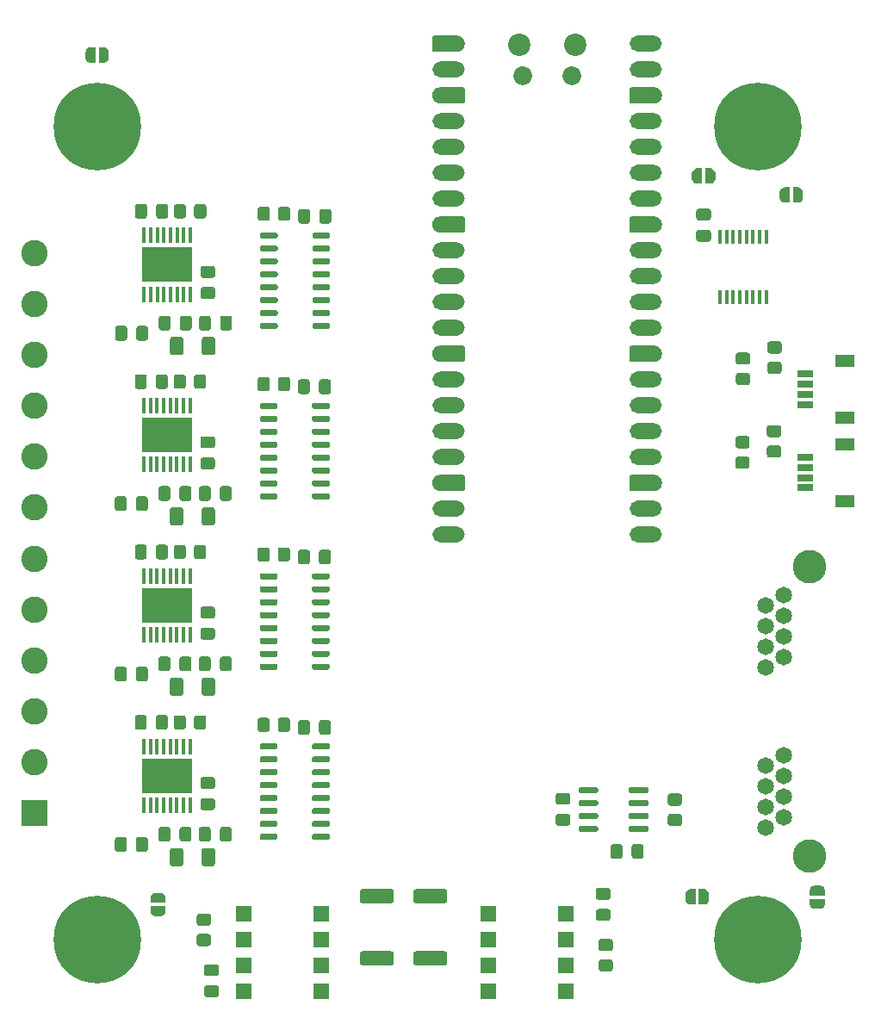
<source format=gbr>
%TF.GenerationSoftware,KiCad,Pcbnew,9.0.1-9.0.1-0~ubuntu24.04.1*%
%TF.CreationDate,2025-04-07T11:01:58-04:00*%
%TF.ProjectId,Pico_LCC,5069636f-5f4c-4434-932e-6b696361645f,4*%
%TF.SameCoordinates,Original*%
%TF.FileFunction,Soldermask,Top*%
%TF.FilePolarity,Negative*%
%FSLAX46Y46*%
G04 Gerber Fmt 4.6, Leading zero omitted, Abs format (unit mm)*
G04 Created by KiCad (PCBNEW 9.0.1-9.0.1-0~ubuntu24.04.1) date 2025-04-07 11:01:58*
%MOMM*%
%LPD*%
G01*
G04 APERTURE LIST*
%ADD10C,0.000000*%
%ADD11R,0.355600X1.409700*%
%ADD12C,0.900000*%
%ADD13C,8.600000*%
%ADD14R,0.449999X1.500000*%
%ADD15R,5.000000X3.400001*%
%ADD16R,1.549400X0.660400*%
%ADD17R,1.905000X1.295400*%
%ADD18R,2.600000X2.600000*%
%ADD19C,2.600000*%
%ADD20R,1.600000X1.600000*%
%ADD21C,3.300000*%
%ADD22C,1.652000*%
%ADD23C,2.200000*%
%ADD24C,1.850000*%
G04 APERTURE END LIST*
D10*
%TO.C,U9*%
G36*
X68604737Y-95876639D02*
G01*
X68613967Y-95879438D01*
X68622471Y-95883984D01*
X68629929Y-95890103D01*
X68636048Y-95897561D01*
X68640594Y-95906065D01*
X68643393Y-95915295D01*
X68644338Y-95924894D01*
X68644338Y-98286494D01*
X68643393Y-98296093D01*
X68640594Y-98305323D01*
X68636048Y-98313827D01*
X68629929Y-98321285D01*
X68622471Y-98327404D01*
X68613967Y-98331950D01*
X68604737Y-98334749D01*
X68595138Y-98335694D01*
X65143538Y-98335694D01*
X65133939Y-98334749D01*
X65124709Y-98331950D01*
X65116205Y-98327404D01*
X65108747Y-98321285D01*
X65102628Y-98313827D01*
X65098082Y-98305323D01*
X65095283Y-98296093D01*
X65094338Y-98286494D01*
X65094338Y-95924894D01*
X65095283Y-95915295D01*
X65098082Y-95906065D01*
X65102628Y-95897561D01*
X65108747Y-95890103D01*
X65116205Y-95883984D01*
X65124709Y-95879438D01*
X65133939Y-95876639D01*
X65143538Y-95875694D01*
X68595138Y-95875694D01*
X68604737Y-95876639D01*
G37*
%TO.C,U7*%
G36*
X68604737Y-79126639D02*
G01*
X68613967Y-79129438D01*
X68622471Y-79133984D01*
X68629929Y-79140103D01*
X68636048Y-79147561D01*
X68640594Y-79156065D01*
X68643393Y-79165295D01*
X68644338Y-79174894D01*
X68644338Y-81536494D01*
X68643393Y-81546093D01*
X68640594Y-81555323D01*
X68636048Y-81563827D01*
X68629929Y-81571285D01*
X68622471Y-81577404D01*
X68613967Y-81581950D01*
X68604737Y-81584749D01*
X68595138Y-81585694D01*
X65143538Y-81585694D01*
X65133939Y-81584749D01*
X65124709Y-81581950D01*
X65116205Y-81577404D01*
X65108747Y-81571285D01*
X65102628Y-81563827D01*
X65098082Y-81555323D01*
X65095283Y-81546093D01*
X65094338Y-81536494D01*
X65094338Y-79174894D01*
X65095283Y-79165295D01*
X65098082Y-79156065D01*
X65102628Y-79147561D01*
X65108747Y-79140103D01*
X65116205Y-79133984D01*
X65124709Y-79129438D01*
X65133939Y-79126639D01*
X65143538Y-79125694D01*
X68595138Y-79125694D01*
X68604737Y-79126639D01*
G37*
%TO.C,U11*%
G36*
X68604737Y-112626639D02*
G01*
X68613967Y-112629438D01*
X68622471Y-112633984D01*
X68629929Y-112640103D01*
X68636048Y-112647561D01*
X68640594Y-112656065D01*
X68643393Y-112665295D01*
X68644338Y-112674894D01*
X68644338Y-115036494D01*
X68643393Y-115046093D01*
X68640594Y-115055323D01*
X68636048Y-115063827D01*
X68629929Y-115071285D01*
X68622471Y-115077404D01*
X68613967Y-115081950D01*
X68604737Y-115084749D01*
X68595138Y-115085694D01*
X65143538Y-115085694D01*
X65133939Y-115084749D01*
X65124709Y-115081950D01*
X65116205Y-115077404D01*
X65108747Y-115071285D01*
X65102628Y-115063827D01*
X65098082Y-115055323D01*
X65095283Y-115046093D01*
X65094338Y-115036494D01*
X65094338Y-112674894D01*
X65095283Y-112665295D01*
X65098082Y-112656065D01*
X65102628Y-112647561D01*
X65108747Y-112640103D01*
X65116205Y-112633984D01*
X65124709Y-112629438D01*
X65133939Y-112626639D01*
X65143538Y-112625694D01*
X68595138Y-112625694D01*
X68604737Y-112626639D01*
G37*
%TO.C,U5*%
G36*
X68629149Y-62376639D02*
G01*
X68638379Y-62379438D01*
X68646883Y-62383984D01*
X68654341Y-62390103D01*
X68660460Y-62397561D01*
X68665006Y-62406065D01*
X68667805Y-62415295D01*
X68668750Y-62424894D01*
X68668750Y-64786494D01*
X68667805Y-64796093D01*
X68665006Y-64805323D01*
X68660460Y-64813827D01*
X68654341Y-64821285D01*
X68646883Y-64827404D01*
X68638379Y-64831950D01*
X68629149Y-64834749D01*
X68619550Y-64835694D01*
X65167950Y-64835694D01*
X65158351Y-64834749D01*
X65149121Y-64831950D01*
X65140617Y-64827404D01*
X65133159Y-64821285D01*
X65127040Y-64813827D01*
X65122494Y-64805323D01*
X65119695Y-64796093D01*
X65118750Y-64786494D01*
X65118750Y-62424894D01*
X65119695Y-62415295D01*
X65122494Y-62406065D01*
X65127040Y-62397561D01*
X65133159Y-62390103D01*
X65140617Y-62383984D01*
X65149121Y-62379438D01*
X65158351Y-62376639D01*
X65167950Y-62375694D01*
X68619550Y-62375694D01*
X68629149Y-62376639D01*
G37*
%TD*%
%TO.C,C21*%
G36*
G01*
X67144338Y-105755694D02*
X67144338Y-104455694D01*
G75*
G02*
X67394338Y-104205694I250000J0D01*
G01*
X68219338Y-104205694D01*
G75*
G02*
X68469338Y-104455694I0J-250000D01*
G01*
X68469338Y-105755694D01*
G75*
G02*
X68219338Y-106005694I-250000J0D01*
G01*
X67394338Y-106005694D01*
G75*
G02*
X67144338Y-105755694I0J250000D01*
G01*
G37*
G36*
G01*
X70269338Y-105755694D02*
X70269338Y-104455694D01*
G75*
G02*
X70519338Y-104205694I250000J0D01*
G01*
X71344338Y-104205694D01*
G75*
G02*
X71594338Y-104455694I0J-250000D01*
G01*
X71594338Y-105755694D01*
G75*
G02*
X71344338Y-106005694I-250000J0D01*
G01*
X70519338Y-106005694D01*
G75*
G02*
X70269338Y-105755694I0J250000D01*
G01*
G37*
%TD*%
%TO.C,C32*%
G36*
G01*
X71725000Y-135625000D02*
X70775000Y-135625000D01*
G75*
G02*
X70525000Y-135375000I0J250000D01*
G01*
X70525000Y-134700000D01*
G75*
G02*
X70775000Y-134450000I250000J0D01*
G01*
X71725000Y-134450000D01*
G75*
G02*
X71975000Y-134700000I0J-250000D01*
G01*
X71975000Y-135375000D01*
G75*
G02*
X71725000Y-135625000I-250000J0D01*
G01*
G37*
G36*
G01*
X71725000Y-133550000D02*
X70775000Y-133550000D01*
G75*
G02*
X70525000Y-133300000I0J250000D01*
G01*
X70525000Y-132625000D01*
G75*
G02*
X70775000Y-132375000I250000J0D01*
G01*
X71725000Y-132375000D01*
G75*
G02*
X71975000Y-132625000I0J-250000D01*
G01*
X71975000Y-133300000D01*
G75*
G02*
X71725000Y-133550000I-250000J0D01*
G01*
G37*
%TD*%
%TO.C,R6*%
G36*
G01*
X70743750Y-57905694D02*
X70743750Y-58805694D01*
G75*
G02*
X70493750Y-59055694I-250000J0D01*
G01*
X69793750Y-59055694D01*
G75*
G02*
X69543750Y-58805694I0J250000D01*
G01*
X69543750Y-57905694D01*
G75*
G02*
X69793750Y-57655694I250000J0D01*
G01*
X70493750Y-57655694D01*
G75*
G02*
X70743750Y-57905694I0J-250000D01*
G01*
G37*
G36*
G01*
X68743750Y-57905694D02*
X68743750Y-58805694D01*
G75*
G02*
X68493750Y-59055694I-250000J0D01*
G01*
X67793750Y-59055694D01*
G75*
G02*
X67543750Y-58805694I0J250000D01*
G01*
X67543750Y-57905694D01*
G75*
G02*
X67793750Y-57655694I250000J0D01*
G01*
X68493750Y-57655694D01*
G75*
G02*
X68743750Y-57905694I0J-250000D01*
G01*
G37*
%TD*%
%TO.C,R5*%
G36*
G01*
X123001500Y-80469250D02*
X123901500Y-80469250D01*
G75*
G02*
X124151500Y-80719250I0J-250000D01*
G01*
X124151500Y-81419250D01*
G75*
G02*
X123901500Y-81669250I-250000J0D01*
G01*
X123001500Y-81669250D01*
G75*
G02*
X122751500Y-81419250I0J250000D01*
G01*
X122751500Y-80719250D01*
G75*
G02*
X123001500Y-80469250I250000J0D01*
G01*
G37*
G36*
G01*
X123001500Y-82469250D02*
X123901500Y-82469250D01*
G75*
G02*
X124151500Y-82719250I0J-250000D01*
G01*
X124151500Y-83419250D01*
G75*
G02*
X123901500Y-83669250I-250000J0D01*
G01*
X123001500Y-83669250D01*
G75*
G02*
X122751500Y-83419250I0J250000D01*
G01*
X122751500Y-82719250D01*
G75*
G02*
X123001500Y-82469250I250000J0D01*
G01*
G37*
%TD*%
D11*
%TO.C,U1*%
X121225049Y-66762750D03*
X121875035Y-66762750D03*
X122525021Y-66762750D03*
X123175007Y-66762750D03*
X123824993Y-66762750D03*
X124474979Y-66762750D03*
X125124965Y-66762750D03*
X125774951Y-66762750D03*
X125774951Y-60857250D03*
X125124965Y-60857250D03*
X124474979Y-60857250D03*
X123824993Y-60857250D03*
X123175007Y-60857250D03*
X122525021Y-60857250D03*
X121875035Y-60857250D03*
X121225049Y-60857250D03*
%TD*%
%TO.C,U6*%
G36*
G01*
X75994338Y-77635694D02*
X75994338Y-77335694D01*
G75*
G02*
X76144338Y-77185694I150000J0D01*
G01*
X77594338Y-77185694D01*
G75*
G02*
X77744338Y-77335694I0J-150000D01*
G01*
X77744338Y-77635694D01*
G75*
G02*
X77594338Y-77785694I-150000J0D01*
G01*
X76144338Y-77785694D01*
G75*
G02*
X75994338Y-77635694I0J150000D01*
G01*
G37*
G36*
G01*
X75994338Y-78905694D02*
X75994338Y-78605694D01*
G75*
G02*
X76144338Y-78455694I150000J0D01*
G01*
X77594338Y-78455694D01*
G75*
G02*
X77744338Y-78605694I0J-150000D01*
G01*
X77744338Y-78905694D01*
G75*
G02*
X77594338Y-79055694I-150000J0D01*
G01*
X76144338Y-79055694D01*
G75*
G02*
X75994338Y-78905694I0J150000D01*
G01*
G37*
G36*
G01*
X75994338Y-80175694D02*
X75994338Y-79875694D01*
G75*
G02*
X76144338Y-79725694I150000J0D01*
G01*
X77594338Y-79725694D01*
G75*
G02*
X77744338Y-79875694I0J-150000D01*
G01*
X77744338Y-80175694D01*
G75*
G02*
X77594338Y-80325694I-150000J0D01*
G01*
X76144338Y-80325694D01*
G75*
G02*
X75994338Y-80175694I0J150000D01*
G01*
G37*
G36*
G01*
X75994338Y-81445694D02*
X75994338Y-81145694D01*
G75*
G02*
X76144338Y-80995694I150000J0D01*
G01*
X77594338Y-80995694D01*
G75*
G02*
X77744338Y-81145694I0J-150000D01*
G01*
X77744338Y-81445694D01*
G75*
G02*
X77594338Y-81595694I-150000J0D01*
G01*
X76144338Y-81595694D01*
G75*
G02*
X75994338Y-81445694I0J150000D01*
G01*
G37*
G36*
G01*
X75994338Y-82715694D02*
X75994338Y-82415694D01*
G75*
G02*
X76144338Y-82265694I150000J0D01*
G01*
X77594338Y-82265694D01*
G75*
G02*
X77744338Y-82415694I0J-150000D01*
G01*
X77744338Y-82715694D01*
G75*
G02*
X77594338Y-82865694I-150000J0D01*
G01*
X76144338Y-82865694D01*
G75*
G02*
X75994338Y-82715694I0J150000D01*
G01*
G37*
G36*
G01*
X75994338Y-83985694D02*
X75994338Y-83685694D01*
G75*
G02*
X76144338Y-83535694I150000J0D01*
G01*
X77594338Y-83535694D01*
G75*
G02*
X77744338Y-83685694I0J-150000D01*
G01*
X77744338Y-83985694D01*
G75*
G02*
X77594338Y-84135694I-150000J0D01*
G01*
X76144338Y-84135694D01*
G75*
G02*
X75994338Y-83985694I0J150000D01*
G01*
G37*
G36*
G01*
X75994338Y-85255694D02*
X75994338Y-84955694D01*
G75*
G02*
X76144338Y-84805694I150000J0D01*
G01*
X77594338Y-84805694D01*
G75*
G02*
X77744338Y-84955694I0J-150000D01*
G01*
X77744338Y-85255694D01*
G75*
G02*
X77594338Y-85405694I-150000J0D01*
G01*
X76144338Y-85405694D01*
G75*
G02*
X75994338Y-85255694I0J150000D01*
G01*
G37*
G36*
G01*
X75994338Y-86525694D02*
X75994338Y-86225694D01*
G75*
G02*
X76144338Y-86075694I150000J0D01*
G01*
X77594338Y-86075694D01*
G75*
G02*
X77744338Y-86225694I0J-150000D01*
G01*
X77744338Y-86525694D01*
G75*
G02*
X77594338Y-86675694I-150000J0D01*
G01*
X76144338Y-86675694D01*
G75*
G02*
X75994338Y-86525694I0J150000D01*
G01*
G37*
G36*
G01*
X81144338Y-86525694D02*
X81144338Y-86225694D01*
G75*
G02*
X81294338Y-86075694I150000J0D01*
G01*
X82744338Y-86075694D01*
G75*
G02*
X82894338Y-86225694I0J-150000D01*
G01*
X82894338Y-86525694D01*
G75*
G02*
X82744338Y-86675694I-150000J0D01*
G01*
X81294338Y-86675694D01*
G75*
G02*
X81144338Y-86525694I0J150000D01*
G01*
G37*
G36*
G01*
X81144338Y-85255694D02*
X81144338Y-84955694D01*
G75*
G02*
X81294338Y-84805694I150000J0D01*
G01*
X82744338Y-84805694D01*
G75*
G02*
X82894338Y-84955694I0J-150000D01*
G01*
X82894338Y-85255694D01*
G75*
G02*
X82744338Y-85405694I-150000J0D01*
G01*
X81294338Y-85405694D01*
G75*
G02*
X81144338Y-85255694I0J150000D01*
G01*
G37*
G36*
G01*
X81144338Y-83985694D02*
X81144338Y-83685694D01*
G75*
G02*
X81294338Y-83535694I150000J0D01*
G01*
X82744338Y-83535694D01*
G75*
G02*
X82894338Y-83685694I0J-150000D01*
G01*
X82894338Y-83985694D01*
G75*
G02*
X82744338Y-84135694I-150000J0D01*
G01*
X81294338Y-84135694D01*
G75*
G02*
X81144338Y-83985694I0J150000D01*
G01*
G37*
G36*
G01*
X81144338Y-82715694D02*
X81144338Y-82415694D01*
G75*
G02*
X81294338Y-82265694I150000J0D01*
G01*
X82744338Y-82265694D01*
G75*
G02*
X82894338Y-82415694I0J-150000D01*
G01*
X82894338Y-82715694D01*
G75*
G02*
X82744338Y-82865694I-150000J0D01*
G01*
X81294338Y-82865694D01*
G75*
G02*
X81144338Y-82715694I0J150000D01*
G01*
G37*
G36*
G01*
X81144338Y-81445694D02*
X81144338Y-81145694D01*
G75*
G02*
X81294338Y-80995694I150000J0D01*
G01*
X82744338Y-80995694D01*
G75*
G02*
X82894338Y-81145694I0J-150000D01*
G01*
X82894338Y-81445694D01*
G75*
G02*
X82744338Y-81595694I-150000J0D01*
G01*
X81294338Y-81595694D01*
G75*
G02*
X81144338Y-81445694I0J150000D01*
G01*
G37*
G36*
G01*
X81144338Y-80175694D02*
X81144338Y-79875694D01*
G75*
G02*
X81294338Y-79725694I150000J0D01*
G01*
X82744338Y-79725694D01*
G75*
G02*
X82894338Y-79875694I0J-150000D01*
G01*
X82894338Y-80175694D01*
G75*
G02*
X82744338Y-80325694I-150000J0D01*
G01*
X81294338Y-80325694D01*
G75*
G02*
X81144338Y-80175694I0J150000D01*
G01*
G37*
G36*
G01*
X81144338Y-78905694D02*
X81144338Y-78605694D01*
G75*
G02*
X81294338Y-78455694I150000J0D01*
G01*
X82744338Y-78455694D01*
G75*
G02*
X82894338Y-78605694I0J-150000D01*
G01*
X82894338Y-78905694D01*
G75*
G02*
X82744338Y-79055694I-150000J0D01*
G01*
X81294338Y-79055694D01*
G75*
G02*
X81144338Y-78905694I0J150000D01*
G01*
G37*
G36*
G01*
X81144338Y-77635694D02*
X81144338Y-77335694D01*
G75*
G02*
X81294338Y-77185694I150000J0D01*
G01*
X82744338Y-77185694D01*
G75*
G02*
X82894338Y-77335694I0J-150000D01*
G01*
X82894338Y-77635694D01*
G75*
G02*
X82744338Y-77785694I-150000J0D01*
G01*
X81294338Y-77785694D01*
G75*
G02*
X81144338Y-77635694I0J150000D01*
G01*
G37*
%TD*%
%TO.C,JP2*%
G36*
X65250000Y-126350000D02*
G01*
X65250000Y-125850000D01*
X65254278Y-125850000D01*
X65254278Y-125784737D01*
X65288060Y-125658658D01*
X65353323Y-125545619D01*
X65445619Y-125453323D01*
X65558658Y-125388060D01*
X65684737Y-125354278D01*
X65750000Y-125354278D01*
X65750000Y-125350000D01*
X66250000Y-125350000D01*
X66250000Y-125354278D01*
X66315263Y-125354278D01*
X66441342Y-125388060D01*
X66554381Y-125453323D01*
X66646677Y-125545619D01*
X66711940Y-125658658D01*
X66745722Y-125784737D01*
X66745722Y-125850000D01*
X66750000Y-125850000D01*
X66750000Y-126350000D01*
X65250000Y-126350000D01*
G37*
G36*
X66745722Y-127150000D02*
G01*
X66745722Y-127215263D01*
X66711940Y-127341342D01*
X66646677Y-127454381D01*
X66554381Y-127546677D01*
X66441342Y-127611940D01*
X66315263Y-127645722D01*
X66250000Y-127645722D01*
X66250000Y-127650000D01*
X65750000Y-127650000D01*
X65750000Y-127645722D01*
X65684737Y-127645722D01*
X65558658Y-127611940D01*
X65445619Y-127546677D01*
X65353323Y-127454381D01*
X65288060Y-127341342D01*
X65254278Y-127215263D01*
X65254278Y-127150000D01*
X65250000Y-127150000D01*
X65250000Y-126650000D01*
X66750000Y-126650000D01*
X66750000Y-127150000D01*
X66745722Y-127150000D01*
G37*
%TD*%
%TO.C,C22*%
G36*
G01*
X64994338Y-103380694D02*
X64994338Y-104330694D01*
G75*
G02*
X64744338Y-104580694I-250000J0D01*
G01*
X64069338Y-104580694D01*
G75*
G02*
X63819338Y-104330694I0J250000D01*
G01*
X63819338Y-103380694D01*
G75*
G02*
X64069338Y-103130694I250000J0D01*
G01*
X64744338Y-103130694D01*
G75*
G02*
X64994338Y-103380694I0J-250000D01*
G01*
G37*
G36*
G01*
X62919338Y-103380694D02*
X62919338Y-104330694D01*
G75*
G02*
X62669338Y-104580694I-250000J0D01*
G01*
X61994338Y-104580694D01*
G75*
G02*
X61744338Y-104330694I0J250000D01*
G01*
X61744338Y-103380694D01*
G75*
G02*
X61994338Y-103130694I250000J0D01*
G01*
X62669338Y-103130694D01*
G75*
G02*
X62919338Y-103380694I0J-250000D01*
G01*
G37*
%TD*%
%TO.C,U4*%
G36*
G01*
X76018750Y-60885694D02*
X76018750Y-60585694D01*
G75*
G02*
X76168750Y-60435694I150000J0D01*
G01*
X77618750Y-60435694D01*
G75*
G02*
X77768750Y-60585694I0J-150000D01*
G01*
X77768750Y-60885694D01*
G75*
G02*
X77618750Y-61035694I-150000J0D01*
G01*
X76168750Y-61035694D01*
G75*
G02*
X76018750Y-60885694I0J150000D01*
G01*
G37*
G36*
G01*
X76018750Y-62155694D02*
X76018750Y-61855694D01*
G75*
G02*
X76168750Y-61705694I150000J0D01*
G01*
X77618750Y-61705694D01*
G75*
G02*
X77768750Y-61855694I0J-150000D01*
G01*
X77768750Y-62155694D01*
G75*
G02*
X77618750Y-62305694I-150000J0D01*
G01*
X76168750Y-62305694D01*
G75*
G02*
X76018750Y-62155694I0J150000D01*
G01*
G37*
G36*
G01*
X76018750Y-63425694D02*
X76018750Y-63125694D01*
G75*
G02*
X76168750Y-62975694I150000J0D01*
G01*
X77618750Y-62975694D01*
G75*
G02*
X77768750Y-63125694I0J-150000D01*
G01*
X77768750Y-63425694D01*
G75*
G02*
X77618750Y-63575694I-150000J0D01*
G01*
X76168750Y-63575694D01*
G75*
G02*
X76018750Y-63425694I0J150000D01*
G01*
G37*
G36*
G01*
X76018750Y-64695694D02*
X76018750Y-64395694D01*
G75*
G02*
X76168750Y-64245694I150000J0D01*
G01*
X77618750Y-64245694D01*
G75*
G02*
X77768750Y-64395694I0J-150000D01*
G01*
X77768750Y-64695694D01*
G75*
G02*
X77618750Y-64845694I-150000J0D01*
G01*
X76168750Y-64845694D01*
G75*
G02*
X76018750Y-64695694I0J150000D01*
G01*
G37*
G36*
G01*
X76018750Y-65965694D02*
X76018750Y-65665694D01*
G75*
G02*
X76168750Y-65515694I150000J0D01*
G01*
X77618750Y-65515694D01*
G75*
G02*
X77768750Y-65665694I0J-150000D01*
G01*
X77768750Y-65965694D01*
G75*
G02*
X77618750Y-66115694I-150000J0D01*
G01*
X76168750Y-66115694D01*
G75*
G02*
X76018750Y-65965694I0J150000D01*
G01*
G37*
G36*
G01*
X76018750Y-67235694D02*
X76018750Y-66935694D01*
G75*
G02*
X76168750Y-66785694I150000J0D01*
G01*
X77618750Y-66785694D01*
G75*
G02*
X77768750Y-66935694I0J-150000D01*
G01*
X77768750Y-67235694D01*
G75*
G02*
X77618750Y-67385694I-150000J0D01*
G01*
X76168750Y-67385694D01*
G75*
G02*
X76018750Y-67235694I0J150000D01*
G01*
G37*
G36*
G01*
X76018750Y-68505694D02*
X76018750Y-68205694D01*
G75*
G02*
X76168750Y-68055694I150000J0D01*
G01*
X77618750Y-68055694D01*
G75*
G02*
X77768750Y-68205694I0J-150000D01*
G01*
X77768750Y-68505694D01*
G75*
G02*
X77618750Y-68655694I-150000J0D01*
G01*
X76168750Y-68655694D01*
G75*
G02*
X76018750Y-68505694I0J150000D01*
G01*
G37*
G36*
G01*
X76018750Y-69775694D02*
X76018750Y-69475694D01*
G75*
G02*
X76168750Y-69325694I150000J0D01*
G01*
X77618750Y-69325694D01*
G75*
G02*
X77768750Y-69475694I0J-150000D01*
G01*
X77768750Y-69775694D01*
G75*
G02*
X77618750Y-69925694I-150000J0D01*
G01*
X76168750Y-69925694D01*
G75*
G02*
X76018750Y-69775694I0J150000D01*
G01*
G37*
G36*
G01*
X81168750Y-69775694D02*
X81168750Y-69475694D01*
G75*
G02*
X81318750Y-69325694I150000J0D01*
G01*
X82768750Y-69325694D01*
G75*
G02*
X82918750Y-69475694I0J-150000D01*
G01*
X82918750Y-69775694D01*
G75*
G02*
X82768750Y-69925694I-150000J0D01*
G01*
X81318750Y-69925694D01*
G75*
G02*
X81168750Y-69775694I0J150000D01*
G01*
G37*
G36*
G01*
X81168750Y-68505694D02*
X81168750Y-68205694D01*
G75*
G02*
X81318750Y-68055694I150000J0D01*
G01*
X82768750Y-68055694D01*
G75*
G02*
X82918750Y-68205694I0J-150000D01*
G01*
X82918750Y-68505694D01*
G75*
G02*
X82768750Y-68655694I-150000J0D01*
G01*
X81318750Y-68655694D01*
G75*
G02*
X81168750Y-68505694I0J150000D01*
G01*
G37*
G36*
G01*
X81168750Y-67235694D02*
X81168750Y-66935694D01*
G75*
G02*
X81318750Y-66785694I150000J0D01*
G01*
X82768750Y-66785694D01*
G75*
G02*
X82918750Y-66935694I0J-150000D01*
G01*
X82918750Y-67235694D01*
G75*
G02*
X82768750Y-67385694I-150000J0D01*
G01*
X81318750Y-67385694D01*
G75*
G02*
X81168750Y-67235694I0J150000D01*
G01*
G37*
G36*
G01*
X81168750Y-65965694D02*
X81168750Y-65665694D01*
G75*
G02*
X81318750Y-65515694I150000J0D01*
G01*
X82768750Y-65515694D01*
G75*
G02*
X82918750Y-65665694I0J-150000D01*
G01*
X82918750Y-65965694D01*
G75*
G02*
X82768750Y-66115694I-150000J0D01*
G01*
X81318750Y-66115694D01*
G75*
G02*
X81168750Y-65965694I0J150000D01*
G01*
G37*
G36*
G01*
X81168750Y-64695694D02*
X81168750Y-64395694D01*
G75*
G02*
X81318750Y-64245694I150000J0D01*
G01*
X82768750Y-64245694D01*
G75*
G02*
X82918750Y-64395694I0J-150000D01*
G01*
X82918750Y-64695694D01*
G75*
G02*
X82768750Y-64845694I-150000J0D01*
G01*
X81318750Y-64845694D01*
G75*
G02*
X81168750Y-64695694I0J150000D01*
G01*
G37*
G36*
G01*
X81168750Y-63425694D02*
X81168750Y-63125694D01*
G75*
G02*
X81318750Y-62975694I150000J0D01*
G01*
X82768750Y-62975694D01*
G75*
G02*
X82918750Y-63125694I0J-150000D01*
G01*
X82918750Y-63425694D01*
G75*
G02*
X82768750Y-63575694I-150000J0D01*
G01*
X81318750Y-63575694D01*
G75*
G02*
X81168750Y-63425694I0J150000D01*
G01*
G37*
G36*
G01*
X81168750Y-62155694D02*
X81168750Y-61855694D01*
G75*
G02*
X81318750Y-61705694I150000J0D01*
G01*
X82768750Y-61705694D01*
G75*
G02*
X82918750Y-61855694I0J-150000D01*
G01*
X82918750Y-62155694D01*
G75*
G02*
X82768750Y-62305694I-150000J0D01*
G01*
X81318750Y-62305694D01*
G75*
G02*
X81168750Y-62155694I0J150000D01*
G01*
G37*
G36*
G01*
X81168750Y-60885694D02*
X81168750Y-60585694D01*
G75*
G02*
X81318750Y-60435694I150000J0D01*
G01*
X82768750Y-60435694D01*
G75*
G02*
X82918750Y-60585694I0J-150000D01*
G01*
X82918750Y-60885694D01*
G75*
G02*
X82768750Y-61035694I-150000J0D01*
G01*
X81318750Y-61035694D01*
G75*
G02*
X81168750Y-60885694I0J150000D01*
G01*
G37*
%TD*%
%TO.C,C20*%
G36*
G01*
X66031838Y-103330694D02*
X66031838Y-102380694D01*
G75*
G02*
X66281838Y-102130694I250000J0D01*
G01*
X66956838Y-102130694D01*
G75*
G02*
X67206838Y-102380694I0J-250000D01*
G01*
X67206838Y-103330694D01*
G75*
G02*
X66956838Y-103580694I-250000J0D01*
G01*
X66281838Y-103580694D01*
G75*
G02*
X66031838Y-103330694I0J250000D01*
G01*
G37*
G36*
G01*
X68106838Y-103330694D02*
X68106838Y-102380694D01*
G75*
G02*
X68356838Y-102130694I250000J0D01*
G01*
X69031838Y-102130694D01*
G75*
G02*
X69281838Y-102380694I0J-250000D01*
G01*
X69281838Y-103330694D01*
G75*
G02*
X69031838Y-103580694I-250000J0D01*
G01*
X68356838Y-103580694D01*
G75*
G02*
X68106838Y-103330694I0J250000D01*
G01*
G37*
%TD*%
D12*
%TO.C,H4*%
X121775000Y-50000000D03*
X122719581Y-47719581D03*
X122719581Y-52280419D03*
X125000000Y-46775000D03*
D13*
X125000000Y-50000000D03*
D12*
X125000000Y-53225000D03*
X127280419Y-47719581D03*
X127280419Y-52280419D03*
X128225000Y-50000000D03*
%TD*%
%TO.C,C19*%
G36*
G01*
X82994338Y-91880694D02*
X82994338Y-92830694D01*
G75*
G02*
X82744338Y-93080694I-250000J0D01*
G01*
X82069338Y-93080694D01*
G75*
G02*
X81819338Y-92830694I0J250000D01*
G01*
X81819338Y-91880694D01*
G75*
G02*
X82069338Y-91630694I250000J0D01*
G01*
X82744338Y-91630694D01*
G75*
G02*
X82994338Y-91880694I0J-250000D01*
G01*
G37*
G36*
G01*
X80919338Y-91880694D02*
X80919338Y-92830694D01*
G75*
G02*
X80669338Y-93080694I-250000J0D01*
G01*
X79994338Y-93080694D01*
G75*
G02*
X79744338Y-92830694I0J250000D01*
G01*
X79744338Y-91880694D01*
G75*
G02*
X79994338Y-91630694I250000J0D01*
G01*
X80669338Y-91630694D01*
G75*
G02*
X80919338Y-91880694I0J-250000D01*
G01*
G37*
%TD*%
%TO.C,C3*%
G36*
G01*
X106275000Y-118775000D02*
X105325000Y-118775000D01*
G75*
G02*
X105075000Y-118525000I0J250000D01*
G01*
X105075000Y-117850000D01*
G75*
G02*
X105325000Y-117600000I250000J0D01*
G01*
X106275000Y-117600000D01*
G75*
G02*
X106525000Y-117850000I0J-250000D01*
G01*
X106525000Y-118525000D01*
G75*
G02*
X106275000Y-118775000I-250000J0D01*
G01*
G37*
G36*
G01*
X106275000Y-116700000D02*
X105325000Y-116700000D01*
G75*
G02*
X105075000Y-116450000I0J250000D01*
G01*
X105075000Y-115775000D01*
G75*
G02*
X105325000Y-115525000I250000J0D01*
G01*
X106275000Y-115525000D01*
G75*
G02*
X106525000Y-115775000I0J-250000D01*
G01*
X106525000Y-116450000D01*
G75*
G02*
X106275000Y-116700000I-250000J0D01*
G01*
G37*
%TD*%
%TO.C,C24*%
G36*
G01*
X66956838Y-91380694D02*
X66956838Y-92330694D01*
G75*
G02*
X66706838Y-92580694I-250000J0D01*
G01*
X66031838Y-92580694D01*
G75*
G02*
X65781838Y-92330694I0J250000D01*
G01*
X65781838Y-91380694D01*
G75*
G02*
X66031838Y-91130694I250000J0D01*
G01*
X66706838Y-91130694D01*
G75*
G02*
X66956838Y-91380694I0J-250000D01*
G01*
G37*
G36*
G01*
X64881838Y-91380694D02*
X64881838Y-92330694D01*
G75*
G02*
X64631838Y-92580694I-250000J0D01*
G01*
X63956838Y-92580694D01*
G75*
G02*
X63706838Y-92330694I0J250000D01*
G01*
X63706838Y-91380694D01*
G75*
G02*
X63956838Y-91130694I250000J0D01*
G01*
X64631838Y-91130694D01*
G75*
G02*
X64881838Y-91380694I0J-250000D01*
G01*
G37*
%TD*%
D14*
%TO.C,U9*%
X69144337Y-94205695D03*
X68494336Y-94205695D03*
X67844337Y-94205695D03*
X67194336Y-94205695D03*
X66544337Y-94205695D03*
X65894336Y-94205695D03*
X65244337Y-94205695D03*
X64594336Y-94205695D03*
X64594336Y-100005693D03*
X65244337Y-100005693D03*
X65894336Y-100005693D03*
X66544337Y-100005693D03*
X67194336Y-100005693D03*
X67844337Y-100005693D03*
X68494336Y-100005693D03*
X69144337Y-100005693D03*
D15*
X66869338Y-97105694D03*
%TD*%
%TO.C,C10*%
G36*
G01*
X66981250Y-57880694D02*
X66981250Y-58830694D01*
G75*
G02*
X66731250Y-59080694I-250000J0D01*
G01*
X66056250Y-59080694D01*
G75*
G02*
X65806250Y-58830694I0J250000D01*
G01*
X65806250Y-57880694D01*
G75*
G02*
X66056250Y-57630694I250000J0D01*
G01*
X66731250Y-57630694D01*
G75*
G02*
X66981250Y-57880694I0J-250000D01*
G01*
G37*
G36*
G01*
X64906250Y-57880694D02*
X64906250Y-58830694D01*
G75*
G02*
X64656250Y-59080694I-250000J0D01*
G01*
X63981250Y-59080694D01*
G75*
G02*
X63731250Y-58830694I0J250000D01*
G01*
X63731250Y-57880694D01*
G75*
G02*
X63981250Y-57630694I250000J0D01*
G01*
X64656250Y-57630694D01*
G75*
G02*
X64906250Y-57880694I0J-250000D01*
G01*
G37*
%TD*%
%TO.C,C23*%
G36*
G01*
X69994338Y-103330694D02*
X69994338Y-102380694D01*
G75*
G02*
X70244338Y-102130694I250000J0D01*
G01*
X70919338Y-102130694D01*
G75*
G02*
X71169338Y-102380694I0J-250000D01*
G01*
X71169338Y-103330694D01*
G75*
G02*
X70919338Y-103580694I-250000J0D01*
G01*
X70244338Y-103580694D01*
G75*
G02*
X69994338Y-103330694I0J250000D01*
G01*
G37*
G36*
G01*
X72069338Y-103330694D02*
X72069338Y-102380694D01*
G75*
G02*
X72319338Y-102130694I250000J0D01*
G01*
X72994338Y-102130694D01*
G75*
G02*
X73244338Y-102380694I0J-250000D01*
G01*
X73244338Y-103330694D01*
G75*
G02*
X72994338Y-103580694I-250000J0D01*
G01*
X72319338Y-103580694D01*
G75*
G02*
X72069338Y-103330694I0J250000D01*
G01*
G37*
%TD*%
D14*
%TO.C,U7*%
X69144337Y-77455695D03*
X68494336Y-77455695D03*
X67844337Y-77455695D03*
X67194336Y-77455695D03*
X66544337Y-77455695D03*
X65894336Y-77455695D03*
X65244337Y-77455695D03*
X64594336Y-77455695D03*
X64594336Y-83255693D03*
X65244337Y-83255693D03*
X65894336Y-83255693D03*
X66544337Y-83255693D03*
X67194336Y-83255693D03*
X67844337Y-83255693D03*
X68494336Y-83255693D03*
X69144337Y-83255693D03*
D15*
X66869338Y-80355694D03*
%TD*%
D12*
%TO.C,H2*%
X56775000Y-130000000D03*
X57719581Y-127719581D03*
X57719581Y-132280419D03*
X60000000Y-126775000D03*
D13*
X60000000Y-130000000D03*
D12*
X60000000Y-133225000D03*
X62280419Y-127719581D03*
X62280419Y-132280419D03*
X63225000Y-130000000D03*
%TD*%
%TO.C,C6*%
G36*
G01*
X66056250Y-69830694D02*
X66056250Y-68880694D01*
G75*
G02*
X66306250Y-68630694I250000J0D01*
G01*
X66981250Y-68630694D01*
G75*
G02*
X67231250Y-68880694I0J-250000D01*
G01*
X67231250Y-69830694D01*
G75*
G02*
X66981250Y-70080694I-250000J0D01*
G01*
X66306250Y-70080694D01*
G75*
G02*
X66056250Y-69830694I0J250000D01*
G01*
G37*
G36*
G01*
X68131250Y-69830694D02*
X68131250Y-68880694D01*
G75*
G02*
X68381250Y-68630694I250000J0D01*
G01*
X69056250Y-68630694D01*
G75*
G02*
X69306250Y-68880694I0J-250000D01*
G01*
X69306250Y-69830694D01*
G75*
G02*
X69056250Y-70080694I-250000J0D01*
G01*
X68381250Y-70080694D01*
G75*
G02*
X68131250Y-69830694I0J250000D01*
G01*
G37*
%TD*%
%TO.C,JP5*%
G36*
X130050000Y-125650000D02*
G01*
X130050000Y-125150000D01*
X130054278Y-125150000D01*
X130054278Y-125084737D01*
X130088060Y-124958658D01*
X130153323Y-124845619D01*
X130245619Y-124753323D01*
X130358658Y-124688060D01*
X130484737Y-124654278D01*
X130550000Y-124654278D01*
X130550000Y-124650000D01*
X131050000Y-124650000D01*
X131050000Y-124654278D01*
X131115263Y-124654278D01*
X131241342Y-124688060D01*
X131354381Y-124753323D01*
X131446677Y-124845619D01*
X131511940Y-124958658D01*
X131545722Y-125084737D01*
X131545722Y-125150000D01*
X131550000Y-125150000D01*
X131550000Y-125650000D01*
X130050000Y-125650000D01*
G37*
G36*
X131545722Y-126450000D02*
G01*
X131545722Y-126515263D01*
X131511940Y-126641342D01*
X131446677Y-126754381D01*
X131354381Y-126846677D01*
X131241342Y-126911940D01*
X131115263Y-126945722D01*
X131050000Y-126945722D01*
X131050000Y-126950000D01*
X130550000Y-126950000D01*
X130550000Y-126945722D01*
X130484737Y-126945722D01*
X130358658Y-126911940D01*
X130245619Y-126846677D01*
X130153323Y-126754381D01*
X130088060Y-126641342D01*
X130054278Y-126515263D01*
X130054278Y-126450000D01*
X130050000Y-126450000D01*
X130050000Y-125950000D01*
X131550000Y-125950000D01*
X131550000Y-126450000D01*
X131545722Y-126450000D01*
G37*
%TD*%
%TO.C,C18*%
G36*
G01*
X71344338Y-100480694D02*
X70394338Y-100480694D01*
G75*
G02*
X70144338Y-100230694I0J250000D01*
G01*
X70144338Y-99555694D01*
G75*
G02*
X70394338Y-99305694I250000J0D01*
G01*
X71344338Y-99305694D01*
G75*
G02*
X71594338Y-99555694I0J-250000D01*
G01*
X71594338Y-100230694D01*
G75*
G02*
X71344338Y-100480694I-250000J0D01*
G01*
G37*
G36*
G01*
X71344338Y-98405694D02*
X70394338Y-98405694D01*
G75*
G02*
X70144338Y-98155694I0J250000D01*
G01*
X70144338Y-97480694D01*
G75*
G02*
X70394338Y-97230694I250000J0D01*
G01*
X71344338Y-97230694D01*
G75*
G02*
X71594338Y-97480694I0J-250000D01*
G01*
X71594338Y-98155694D01*
G75*
G02*
X71344338Y-98405694I-250000J0D01*
G01*
G37*
%TD*%
%TO.C,C5*%
G36*
G01*
X83018750Y-58380694D02*
X83018750Y-59330694D01*
G75*
G02*
X82768750Y-59580694I-250000J0D01*
G01*
X82093750Y-59580694D01*
G75*
G02*
X81843750Y-59330694I0J250000D01*
G01*
X81843750Y-58380694D01*
G75*
G02*
X82093750Y-58130694I250000J0D01*
G01*
X82768750Y-58130694D01*
G75*
G02*
X83018750Y-58380694I0J-250000D01*
G01*
G37*
G36*
G01*
X80943750Y-58380694D02*
X80943750Y-59330694D01*
G75*
G02*
X80693750Y-59580694I-250000J0D01*
G01*
X80018750Y-59580694D01*
G75*
G02*
X79768750Y-59330694I0J250000D01*
G01*
X79768750Y-58380694D01*
G75*
G02*
X80018750Y-58130694I250000J0D01*
G01*
X80693750Y-58130694D01*
G75*
G02*
X80943750Y-58380694I0J-250000D01*
G01*
G37*
%TD*%
%TO.C,R2*%
G36*
G01*
X126148500Y-71150000D02*
X127048500Y-71150000D01*
G75*
G02*
X127298500Y-71400000I0J-250000D01*
G01*
X127298500Y-72100000D01*
G75*
G02*
X127048500Y-72350000I-250000J0D01*
G01*
X126148500Y-72350000D01*
G75*
G02*
X125898500Y-72100000I0J250000D01*
G01*
X125898500Y-71400000D01*
G75*
G02*
X126148500Y-71150000I250000J0D01*
G01*
G37*
G36*
G01*
X126148500Y-73150000D02*
X127048500Y-73150000D01*
G75*
G02*
X127298500Y-73400000I0J-250000D01*
G01*
X127298500Y-74100000D01*
G75*
G02*
X127048500Y-74350000I-250000J0D01*
G01*
X126148500Y-74350000D01*
G75*
G02*
X125898500Y-74100000I0J250000D01*
G01*
X125898500Y-73400000D01*
G75*
G02*
X126148500Y-73150000I250000J0D01*
G01*
G37*
%TD*%
%TO.C,R7*%
G36*
G01*
X75793750Y-59055694D02*
X75793750Y-58155694D01*
G75*
G02*
X76043750Y-57905694I250000J0D01*
G01*
X76743750Y-57905694D01*
G75*
G02*
X76993750Y-58155694I0J-250000D01*
G01*
X76993750Y-59055694D01*
G75*
G02*
X76743750Y-59305694I-250000J0D01*
G01*
X76043750Y-59305694D01*
G75*
G02*
X75793750Y-59055694I0J250000D01*
G01*
G37*
G36*
G01*
X77793750Y-59055694D02*
X77793750Y-58155694D01*
G75*
G02*
X78043750Y-57905694I250000J0D01*
G01*
X78743750Y-57905694D01*
G75*
G02*
X78993750Y-58155694I0J-250000D01*
G01*
X78993750Y-59055694D01*
G75*
G02*
X78743750Y-59305694I-250000J0D01*
G01*
X78043750Y-59305694D01*
G75*
G02*
X77793750Y-59055694I0J250000D01*
G01*
G37*
%TD*%
%TO.C,R12*%
G36*
G01*
X70719338Y-108155694D02*
X70719338Y-109055694D01*
G75*
G02*
X70469338Y-109305694I-250000J0D01*
G01*
X69769338Y-109305694D01*
G75*
G02*
X69519338Y-109055694I0J250000D01*
G01*
X69519338Y-108155694D01*
G75*
G02*
X69769338Y-107905694I250000J0D01*
G01*
X70469338Y-107905694D01*
G75*
G02*
X70719338Y-108155694I0J-250000D01*
G01*
G37*
G36*
G01*
X68719338Y-108155694D02*
X68719338Y-109055694D01*
G75*
G02*
X68469338Y-109305694I-250000J0D01*
G01*
X67769338Y-109305694D01*
G75*
G02*
X67519338Y-109055694I0J250000D01*
G01*
X67519338Y-108155694D01*
G75*
G02*
X67769338Y-107905694I250000J0D01*
G01*
X68469338Y-107905694D01*
G75*
G02*
X68719338Y-108155694I0J-250000D01*
G01*
G37*
%TD*%
%TO.C,C28*%
G36*
G01*
X67144338Y-122505694D02*
X67144338Y-121205694D01*
G75*
G02*
X67394338Y-120955694I250000J0D01*
G01*
X68219338Y-120955694D01*
G75*
G02*
X68469338Y-121205694I0J-250000D01*
G01*
X68469338Y-122505694D01*
G75*
G02*
X68219338Y-122755694I-250000J0D01*
G01*
X67394338Y-122755694D01*
G75*
G02*
X67144338Y-122505694I0J250000D01*
G01*
G37*
G36*
G01*
X70269338Y-122505694D02*
X70269338Y-121205694D01*
G75*
G02*
X70519338Y-120955694I250000J0D01*
G01*
X71344338Y-120955694D01*
G75*
G02*
X71594338Y-121205694I0J-250000D01*
G01*
X71594338Y-122505694D01*
G75*
G02*
X71344338Y-122755694I-250000J0D01*
G01*
X70519338Y-122755694D01*
G75*
G02*
X70269338Y-122505694I0J250000D01*
G01*
G37*
%TD*%
%TO.C,C13*%
G36*
G01*
X66031838Y-86580694D02*
X66031838Y-85630694D01*
G75*
G02*
X66281838Y-85380694I250000J0D01*
G01*
X66956838Y-85380694D01*
G75*
G02*
X67206838Y-85630694I0J-250000D01*
G01*
X67206838Y-86580694D01*
G75*
G02*
X66956838Y-86830694I-250000J0D01*
G01*
X66281838Y-86830694D01*
G75*
G02*
X66031838Y-86580694I0J250000D01*
G01*
G37*
G36*
G01*
X68106838Y-86580694D02*
X68106838Y-85630694D01*
G75*
G02*
X68356838Y-85380694I250000J0D01*
G01*
X69031838Y-85380694D01*
G75*
G02*
X69281838Y-85630694I0J-250000D01*
G01*
X69281838Y-86580694D01*
G75*
G02*
X69031838Y-86830694I-250000J0D01*
G01*
X68356838Y-86830694D01*
G75*
G02*
X68106838Y-86580694I0J250000D01*
G01*
G37*
%TD*%
%TO.C,R10*%
G36*
G01*
X70719338Y-91405694D02*
X70719338Y-92305694D01*
G75*
G02*
X70469338Y-92555694I-250000J0D01*
G01*
X69769338Y-92555694D01*
G75*
G02*
X69519338Y-92305694I0J250000D01*
G01*
X69519338Y-91405694D01*
G75*
G02*
X69769338Y-91155694I250000J0D01*
G01*
X70469338Y-91155694D01*
G75*
G02*
X70719338Y-91405694I0J-250000D01*
G01*
G37*
G36*
G01*
X68719338Y-91405694D02*
X68719338Y-92305694D01*
G75*
G02*
X68469338Y-92555694I-250000J0D01*
G01*
X67769338Y-92555694D01*
G75*
G02*
X67519338Y-92305694I0J250000D01*
G01*
X67519338Y-91405694D01*
G75*
G02*
X67769338Y-91155694I250000J0D01*
G01*
X68469338Y-91155694D01*
G75*
G02*
X68719338Y-91405694I0J-250000D01*
G01*
G37*
%TD*%
%TO.C,U10*%
G36*
G01*
X75994338Y-111135694D02*
X75994338Y-110835694D01*
G75*
G02*
X76144338Y-110685694I150000J0D01*
G01*
X77594338Y-110685694D01*
G75*
G02*
X77744338Y-110835694I0J-150000D01*
G01*
X77744338Y-111135694D01*
G75*
G02*
X77594338Y-111285694I-150000J0D01*
G01*
X76144338Y-111285694D01*
G75*
G02*
X75994338Y-111135694I0J150000D01*
G01*
G37*
G36*
G01*
X75994338Y-112405694D02*
X75994338Y-112105694D01*
G75*
G02*
X76144338Y-111955694I150000J0D01*
G01*
X77594338Y-111955694D01*
G75*
G02*
X77744338Y-112105694I0J-150000D01*
G01*
X77744338Y-112405694D01*
G75*
G02*
X77594338Y-112555694I-150000J0D01*
G01*
X76144338Y-112555694D01*
G75*
G02*
X75994338Y-112405694I0J150000D01*
G01*
G37*
G36*
G01*
X75994338Y-113675694D02*
X75994338Y-113375694D01*
G75*
G02*
X76144338Y-113225694I150000J0D01*
G01*
X77594338Y-113225694D01*
G75*
G02*
X77744338Y-113375694I0J-150000D01*
G01*
X77744338Y-113675694D01*
G75*
G02*
X77594338Y-113825694I-150000J0D01*
G01*
X76144338Y-113825694D01*
G75*
G02*
X75994338Y-113675694I0J150000D01*
G01*
G37*
G36*
G01*
X75994338Y-114945694D02*
X75994338Y-114645694D01*
G75*
G02*
X76144338Y-114495694I150000J0D01*
G01*
X77594338Y-114495694D01*
G75*
G02*
X77744338Y-114645694I0J-150000D01*
G01*
X77744338Y-114945694D01*
G75*
G02*
X77594338Y-115095694I-150000J0D01*
G01*
X76144338Y-115095694D01*
G75*
G02*
X75994338Y-114945694I0J150000D01*
G01*
G37*
G36*
G01*
X75994338Y-116215694D02*
X75994338Y-115915694D01*
G75*
G02*
X76144338Y-115765694I150000J0D01*
G01*
X77594338Y-115765694D01*
G75*
G02*
X77744338Y-115915694I0J-150000D01*
G01*
X77744338Y-116215694D01*
G75*
G02*
X77594338Y-116365694I-150000J0D01*
G01*
X76144338Y-116365694D01*
G75*
G02*
X75994338Y-116215694I0J150000D01*
G01*
G37*
G36*
G01*
X75994338Y-117485694D02*
X75994338Y-117185694D01*
G75*
G02*
X76144338Y-117035694I150000J0D01*
G01*
X77594338Y-117035694D01*
G75*
G02*
X77744338Y-117185694I0J-150000D01*
G01*
X77744338Y-117485694D01*
G75*
G02*
X77594338Y-117635694I-150000J0D01*
G01*
X76144338Y-117635694D01*
G75*
G02*
X75994338Y-117485694I0J150000D01*
G01*
G37*
G36*
G01*
X75994338Y-118755694D02*
X75994338Y-118455694D01*
G75*
G02*
X76144338Y-118305694I150000J0D01*
G01*
X77594338Y-118305694D01*
G75*
G02*
X77744338Y-118455694I0J-150000D01*
G01*
X77744338Y-118755694D01*
G75*
G02*
X77594338Y-118905694I-150000J0D01*
G01*
X76144338Y-118905694D01*
G75*
G02*
X75994338Y-118755694I0J150000D01*
G01*
G37*
G36*
G01*
X75994338Y-120025694D02*
X75994338Y-119725694D01*
G75*
G02*
X76144338Y-119575694I150000J0D01*
G01*
X77594338Y-119575694D01*
G75*
G02*
X77744338Y-119725694I0J-150000D01*
G01*
X77744338Y-120025694D01*
G75*
G02*
X77594338Y-120175694I-150000J0D01*
G01*
X76144338Y-120175694D01*
G75*
G02*
X75994338Y-120025694I0J150000D01*
G01*
G37*
G36*
G01*
X81144338Y-120025694D02*
X81144338Y-119725694D01*
G75*
G02*
X81294338Y-119575694I150000J0D01*
G01*
X82744338Y-119575694D01*
G75*
G02*
X82894338Y-119725694I0J-150000D01*
G01*
X82894338Y-120025694D01*
G75*
G02*
X82744338Y-120175694I-150000J0D01*
G01*
X81294338Y-120175694D01*
G75*
G02*
X81144338Y-120025694I0J150000D01*
G01*
G37*
G36*
G01*
X81144338Y-118755694D02*
X81144338Y-118455694D01*
G75*
G02*
X81294338Y-118305694I150000J0D01*
G01*
X82744338Y-118305694D01*
G75*
G02*
X82894338Y-118455694I0J-150000D01*
G01*
X82894338Y-118755694D01*
G75*
G02*
X82744338Y-118905694I-150000J0D01*
G01*
X81294338Y-118905694D01*
G75*
G02*
X81144338Y-118755694I0J150000D01*
G01*
G37*
G36*
G01*
X81144338Y-117485694D02*
X81144338Y-117185694D01*
G75*
G02*
X81294338Y-117035694I150000J0D01*
G01*
X82744338Y-117035694D01*
G75*
G02*
X82894338Y-117185694I0J-150000D01*
G01*
X82894338Y-117485694D01*
G75*
G02*
X82744338Y-117635694I-150000J0D01*
G01*
X81294338Y-117635694D01*
G75*
G02*
X81144338Y-117485694I0J150000D01*
G01*
G37*
G36*
G01*
X81144338Y-116215694D02*
X81144338Y-115915694D01*
G75*
G02*
X81294338Y-115765694I150000J0D01*
G01*
X82744338Y-115765694D01*
G75*
G02*
X82894338Y-115915694I0J-150000D01*
G01*
X82894338Y-116215694D01*
G75*
G02*
X82744338Y-116365694I-150000J0D01*
G01*
X81294338Y-116365694D01*
G75*
G02*
X81144338Y-116215694I0J150000D01*
G01*
G37*
G36*
G01*
X81144338Y-114945694D02*
X81144338Y-114645694D01*
G75*
G02*
X81294338Y-114495694I150000J0D01*
G01*
X82744338Y-114495694D01*
G75*
G02*
X82894338Y-114645694I0J-150000D01*
G01*
X82894338Y-114945694D01*
G75*
G02*
X82744338Y-115095694I-150000J0D01*
G01*
X81294338Y-115095694D01*
G75*
G02*
X81144338Y-114945694I0J150000D01*
G01*
G37*
G36*
G01*
X81144338Y-113675694D02*
X81144338Y-113375694D01*
G75*
G02*
X81294338Y-113225694I150000J0D01*
G01*
X82744338Y-113225694D01*
G75*
G02*
X82894338Y-113375694I0J-150000D01*
G01*
X82894338Y-113675694D01*
G75*
G02*
X82744338Y-113825694I-150000J0D01*
G01*
X81294338Y-113825694D01*
G75*
G02*
X81144338Y-113675694I0J150000D01*
G01*
G37*
G36*
G01*
X81144338Y-112405694D02*
X81144338Y-112105694D01*
G75*
G02*
X81294338Y-111955694I150000J0D01*
G01*
X82744338Y-111955694D01*
G75*
G02*
X82894338Y-112105694I0J-150000D01*
G01*
X82894338Y-112405694D01*
G75*
G02*
X82744338Y-112555694I-150000J0D01*
G01*
X81294338Y-112555694D01*
G75*
G02*
X81144338Y-112405694I0J150000D01*
G01*
G37*
G36*
G01*
X81144338Y-111135694D02*
X81144338Y-110835694D01*
G75*
G02*
X81294338Y-110685694I150000J0D01*
G01*
X82744338Y-110685694D01*
G75*
G02*
X82894338Y-110835694I0J-150000D01*
G01*
X82894338Y-111135694D01*
G75*
G02*
X82744338Y-111285694I-150000J0D01*
G01*
X81294338Y-111285694D01*
G75*
G02*
X81144338Y-111135694I0J150000D01*
G01*
G37*
%TD*%
%TO.C,R14*%
G36*
G01*
X70950000Y-130600000D02*
X70050000Y-130600000D01*
G75*
G02*
X69800000Y-130350000I0J250000D01*
G01*
X69800000Y-129650000D01*
G75*
G02*
X70050000Y-129400000I250000J0D01*
G01*
X70950000Y-129400000D01*
G75*
G02*
X71200000Y-129650000I0J-250000D01*
G01*
X71200000Y-130350000D01*
G75*
G02*
X70950000Y-130600000I-250000J0D01*
G01*
G37*
G36*
G01*
X70950000Y-128600000D02*
X70050000Y-128600000D01*
G75*
G02*
X69800000Y-128350000I0J250000D01*
G01*
X69800000Y-127650000D01*
G75*
G02*
X70050000Y-127400000I250000J0D01*
G01*
X70950000Y-127400000D01*
G75*
G02*
X71200000Y-127650000I0J-250000D01*
G01*
X71200000Y-128350000D01*
G75*
G02*
X70950000Y-128600000I-250000J0D01*
G01*
G37*
%TD*%
%TO.C,C2*%
G36*
G01*
X120100000Y-61350000D02*
X119150000Y-61350000D01*
G75*
G02*
X118900000Y-61100000I0J250000D01*
G01*
X118900000Y-60425000D01*
G75*
G02*
X119150000Y-60175000I250000J0D01*
G01*
X120100000Y-60175000D01*
G75*
G02*
X120350000Y-60425000I0J-250000D01*
G01*
X120350000Y-61100000D01*
G75*
G02*
X120100000Y-61350000I-250000J0D01*
G01*
G37*
G36*
G01*
X120100000Y-59275000D02*
X119150000Y-59275000D01*
G75*
G02*
X118900000Y-59025000I0J250000D01*
G01*
X118900000Y-58350000D01*
G75*
G02*
X119150000Y-58100000I250000J0D01*
G01*
X120100000Y-58100000D01*
G75*
G02*
X120350000Y-58350000I0J-250000D01*
G01*
X120350000Y-59025000D01*
G75*
G02*
X120100000Y-59275000I-250000J0D01*
G01*
G37*
%TD*%
%TO.C,C25*%
G36*
G01*
X71344338Y-117230694D02*
X70394338Y-117230694D01*
G75*
G02*
X70144338Y-116980694I0J250000D01*
G01*
X70144338Y-116305694D01*
G75*
G02*
X70394338Y-116055694I250000J0D01*
G01*
X71344338Y-116055694D01*
G75*
G02*
X71594338Y-116305694I0J-250000D01*
G01*
X71594338Y-116980694D01*
G75*
G02*
X71344338Y-117230694I-250000J0D01*
G01*
G37*
G36*
G01*
X71344338Y-115155694D02*
X70394338Y-115155694D01*
G75*
G02*
X70144338Y-114905694I0J250000D01*
G01*
X70144338Y-114230694D01*
G75*
G02*
X70394338Y-113980694I250000J0D01*
G01*
X71344338Y-113980694D01*
G75*
G02*
X71594338Y-114230694I0J-250000D01*
G01*
X71594338Y-114905694D01*
G75*
G02*
X71344338Y-115155694I-250000J0D01*
G01*
G37*
%TD*%
%TO.C,C14*%
G36*
G01*
X67144338Y-89005694D02*
X67144338Y-87705694D01*
G75*
G02*
X67394338Y-87455694I250000J0D01*
G01*
X68219338Y-87455694D01*
G75*
G02*
X68469338Y-87705694I0J-250000D01*
G01*
X68469338Y-89005694D01*
G75*
G02*
X68219338Y-89255694I-250000J0D01*
G01*
X67394338Y-89255694D01*
G75*
G02*
X67144338Y-89005694I0J250000D01*
G01*
G37*
G36*
G01*
X70269338Y-89005694D02*
X70269338Y-87705694D01*
G75*
G02*
X70519338Y-87455694I250000J0D01*
G01*
X71344338Y-87455694D01*
G75*
G02*
X71594338Y-87705694I0J-250000D01*
G01*
X71594338Y-89005694D01*
G75*
G02*
X71344338Y-89255694I-250000J0D01*
G01*
X70519338Y-89255694D01*
G75*
G02*
X70269338Y-89005694I0J250000D01*
G01*
G37*
%TD*%
D14*
%TO.C,U11*%
X69144337Y-110955695D03*
X68494336Y-110955695D03*
X67844337Y-110955695D03*
X67194336Y-110955695D03*
X66544337Y-110955695D03*
X65894336Y-110955695D03*
X65244337Y-110955695D03*
X64594336Y-110955695D03*
X64594336Y-116755693D03*
X65244337Y-116755693D03*
X65894336Y-116755693D03*
X66544337Y-116755693D03*
X67194336Y-116755693D03*
X67844337Y-116755693D03*
X68494336Y-116755693D03*
X69144337Y-116755693D03*
D15*
X66869338Y-113855694D03*
%TD*%
%TO.C,C30*%
G36*
G01*
X69994338Y-120080694D02*
X69994338Y-119130694D01*
G75*
G02*
X70244338Y-118880694I250000J0D01*
G01*
X70919338Y-118880694D01*
G75*
G02*
X71169338Y-119130694I0J-250000D01*
G01*
X71169338Y-120080694D01*
G75*
G02*
X70919338Y-120330694I-250000J0D01*
G01*
X70244338Y-120330694D01*
G75*
G02*
X69994338Y-120080694I0J250000D01*
G01*
G37*
G36*
G01*
X72069338Y-120080694D02*
X72069338Y-119130694D01*
G75*
G02*
X72319338Y-118880694I250000J0D01*
G01*
X72994338Y-118880694D01*
G75*
G02*
X73244338Y-119130694I0J-250000D01*
G01*
X73244338Y-120080694D01*
G75*
G02*
X72994338Y-120330694I-250000J0D01*
G01*
X72319338Y-120330694D01*
G75*
G02*
X72069338Y-120080694I0J250000D01*
G01*
G37*
%TD*%
%TO.C,C7*%
G36*
G01*
X67168750Y-72255694D02*
X67168750Y-70955694D01*
G75*
G02*
X67418750Y-70705694I250000J0D01*
G01*
X68243750Y-70705694D01*
G75*
G02*
X68493750Y-70955694I0J-250000D01*
G01*
X68493750Y-72255694D01*
G75*
G02*
X68243750Y-72505694I-250000J0D01*
G01*
X67418750Y-72505694D01*
G75*
G02*
X67168750Y-72255694I0J250000D01*
G01*
G37*
G36*
G01*
X70293750Y-72255694D02*
X70293750Y-70955694D01*
G75*
G02*
X70543750Y-70705694I250000J0D01*
G01*
X71368750Y-70705694D01*
G75*
G02*
X71618750Y-70955694I0J-250000D01*
G01*
X71618750Y-72255694D01*
G75*
G02*
X71368750Y-72505694I-250000J0D01*
G01*
X70543750Y-72505694D01*
G75*
G02*
X70293750Y-72255694I0J250000D01*
G01*
G37*
%TD*%
%TO.C,C27*%
G36*
G01*
X66031838Y-120080694D02*
X66031838Y-119130694D01*
G75*
G02*
X66281838Y-118880694I250000J0D01*
G01*
X66956838Y-118880694D01*
G75*
G02*
X67206838Y-119130694I0J-250000D01*
G01*
X67206838Y-120080694D01*
G75*
G02*
X66956838Y-120330694I-250000J0D01*
G01*
X66281838Y-120330694D01*
G75*
G02*
X66031838Y-120080694I0J250000D01*
G01*
G37*
G36*
G01*
X68106838Y-120080694D02*
X68106838Y-119130694D01*
G75*
G02*
X68356838Y-118880694I250000J0D01*
G01*
X69031838Y-118880694D01*
G75*
G02*
X69281838Y-119130694I0J-250000D01*
G01*
X69281838Y-120080694D01*
G75*
G02*
X69031838Y-120330694I-250000J0D01*
G01*
X68356838Y-120330694D01*
G75*
G02*
X68106838Y-120080694I0J250000D01*
G01*
G37*
%TD*%
%TO.C,C33*%
G36*
G01*
X110225000Y-128125000D02*
X109275000Y-128125000D01*
G75*
G02*
X109025000Y-127875000I0J250000D01*
G01*
X109025000Y-127200000D01*
G75*
G02*
X109275000Y-126950000I250000J0D01*
G01*
X110225000Y-126950000D01*
G75*
G02*
X110475000Y-127200000I0J-250000D01*
G01*
X110475000Y-127875000D01*
G75*
G02*
X110225000Y-128125000I-250000J0D01*
G01*
G37*
G36*
G01*
X110225000Y-126050000D02*
X109275000Y-126050000D01*
G75*
G02*
X109025000Y-125800000I0J250000D01*
G01*
X109025000Y-125125000D01*
G75*
G02*
X109275000Y-124875000I250000J0D01*
G01*
X110225000Y-124875000D01*
G75*
G02*
X110475000Y-125125000I0J-250000D01*
G01*
X110475000Y-125800000D01*
G75*
G02*
X110225000Y-126050000I-250000J0D01*
G01*
G37*
%TD*%
D16*
%TO.C,J3*%
X129651500Y-77344250D03*
X129651500Y-76344249D03*
X129651500Y-75344251D03*
X129651500Y-74344250D03*
D17*
X133526501Y-73044251D03*
X133526501Y-78644249D03*
%TD*%
%TO.C,C8*%
G36*
G01*
X65018750Y-69880694D02*
X65018750Y-70830694D01*
G75*
G02*
X64768750Y-71080694I-250000J0D01*
G01*
X64093750Y-71080694D01*
G75*
G02*
X63843750Y-70830694I0J250000D01*
G01*
X63843750Y-69880694D01*
G75*
G02*
X64093750Y-69630694I250000J0D01*
G01*
X64768750Y-69630694D01*
G75*
G02*
X65018750Y-69880694I0J-250000D01*
G01*
G37*
G36*
G01*
X62943750Y-69880694D02*
X62943750Y-70830694D01*
G75*
G02*
X62693750Y-71080694I-250000J0D01*
G01*
X62018750Y-71080694D01*
G75*
G02*
X61768750Y-70830694I0J250000D01*
G01*
X61768750Y-69880694D01*
G75*
G02*
X62018750Y-69630694I250000J0D01*
G01*
X62693750Y-69630694D01*
G75*
G02*
X62943750Y-69880694I0J-250000D01*
G01*
G37*
%TD*%
%TO.C,C4*%
G36*
G01*
X71368750Y-66980694D02*
X70418750Y-66980694D01*
G75*
G02*
X70168750Y-66730694I0J250000D01*
G01*
X70168750Y-66055694D01*
G75*
G02*
X70418750Y-65805694I250000J0D01*
G01*
X71368750Y-65805694D01*
G75*
G02*
X71618750Y-66055694I0J-250000D01*
G01*
X71618750Y-66730694D01*
G75*
G02*
X71368750Y-66980694I-250000J0D01*
G01*
G37*
G36*
G01*
X71368750Y-64905694D02*
X70418750Y-64905694D01*
G75*
G02*
X70168750Y-64655694I0J250000D01*
G01*
X70168750Y-63980694D01*
G75*
G02*
X70418750Y-63730694I250000J0D01*
G01*
X71368750Y-63730694D01*
G75*
G02*
X71618750Y-63980694I0J-250000D01*
G01*
X71618750Y-64655694D01*
G75*
G02*
X71368750Y-64905694I-250000J0D01*
G01*
G37*
%TD*%
%TO.C,R4*%
G36*
G01*
X126100000Y-79375000D02*
X127000000Y-79375000D01*
G75*
G02*
X127250000Y-79625000I0J-250000D01*
G01*
X127250000Y-80325000D01*
G75*
G02*
X127000000Y-80575000I-250000J0D01*
G01*
X126100000Y-80575000D01*
G75*
G02*
X125850000Y-80325000I0J250000D01*
G01*
X125850000Y-79625000D01*
G75*
G02*
X126100000Y-79375000I250000J0D01*
G01*
G37*
G36*
G01*
X126100000Y-81375000D02*
X127000000Y-81375000D01*
G75*
G02*
X127250000Y-81625000I0J-250000D01*
G01*
X127250000Y-82325000D01*
G75*
G02*
X127000000Y-82575000I-250000J0D01*
G01*
X126100000Y-82575000D01*
G75*
G02*
X125850000Y-82325000I0J250000D01*
G01*
X125850000Y-81625000D01*
G75*
G02*
X126100000Y-81375000I250000J0D01*
G01*
G37*
%TD*%
%TO.C,C11*%
G36*
G01*
X71344338Y-83730694D02*
X70394338Y-83730694D01*
G75*
G02*
X70144338Y-83480694I0J250000D01*
G01*
X70144338Y-82805694D01*
G75*
G02*
X70394338Y-82555694I250000J0D01*
G01*
X71344338Y-82555694D01*
G75*
G02*
X71594338Y-82805694I0J-250000D01*
G01*
X71594338Y-83480694D01*
G75*
G02*
X71344338Y-83730694I-250000J0D01*
G01*
G37*
G36*
G01*
X71344338Y-81655694D02*
X70394338Y-81655694D01*
G75*
G02*
X70144338Y-81405694I0J250000D01*
G01*
X70144338Y-80730694D01*
G75*
G02*
X70394338Y-80480694I250000J0D01*
G01*
X71344338Y-80480694D01*
G75*
G02*
X71594338Y-80730694I0J-250000D01*
G01*
X71594338Y-81405694D01*
G75*
G02*
X71344338Y-81655694I-250000J0D01*
G01*
G37*
%TD*%
%TO.C,R11*%
G36*
G01*
X75769338Y-92555694D02*
X75769338Y-91655694D01*
G75*
G02*
X76019338Y-91405694I250000J0D01*
G01*
X76719338Y-91405694D01*
G75*
G02*
X76969338Y-91655694I0J-250000D01*
G01*
X76969338Y-92555694D01*
G75*
G02*
X76719338Y-92805694I-250000J0D01*
G01*
X76019338Y-92805694D01*
G75*
G02*
X75769338Y-92555694I0J250000D01*
G01*
G37*
G36*
G01*
X77769338Y-92555694D02*
X77769338Y-91655694D01*
G75*
G02*
X78019338Y-91405694I250000J0D01*
G01*
X78719338Y-91405694D01*
G75*
G02*
X78969338Y-91655694I0J-250000D01*
G01*
X78969338Y-92555694D01*
G75*
G02*
X78719338Y-92805694I-250000J0D01*
G01*
X78019338Y-92805694D01*
G75*
G02*
X77769338Y-92555694I0J250000D01*
G01*
G37*
%TD*%
%TO.C,U2*%
G36*
G01*
X107325000Y-115420000D02*
X107325000Y-115120000D01*
G75*
G02*
X107475000Y-114970000I150000J0D01*
G01*
X109125000Y-114970000D01*
G75*
G02*
X109275000Y-115120000I0J-150000D01*
G01*
X109275000Y-115420000D01*
G75*
G02*
X109125000Y-115570000I-150000J0D01*
G01*
X107475000Y-115570000D01*
G75*
G02*
X107325000Y-115420000I0J150000D01*
G01*
G37*
G36*
G01*
X107325000Y-116690000D02*
X107325000Y-116390000D01*
G75*
G02*
X107475000Y-116240000I150000J0D01*
G01*
X109125000Y-116240000D01*
G75*
G02*
X109275000Y-116390000I0J-150000D01*
G01*
X109275000Y-116690000D01*
G75*
G02*
X109125000Y-116840000I-150000J0D01*
G01*
X107475000Y-116840000D01*
G75*
G02*
X107325000Y-116690000I0J150000D01*
G01*
G37*
G36*
G01*
X107325000Y-117960000D02*
X107325000Y-117660000D01*
G75*
G02*
X107475000Y-117510000I150000J0D01*
G01*
X109125000Y-117510000D01*
G75*
G02*
X109275000Y-117660000I0J-150000D01*
G01*
X109275000Y-117960000D01*
G75*
G02*
X109125000Y-118110000I-150000J0D01*
G01*
X107475000Y-118110000D01*
G75*
G02*
X107325000Y-117960000I0J150000D01*
G01*
G37*
G36*
G01*
X107325000Y-119230000D02*
X107325000Y-118930000D01*
G75*
G02*
X107475000Y-118780000I150000J0D01*
G01*
X109125000Y-118780000D01*
G75*
G02*
X109275000Y-118930000I0J-150000D01*
G01*
X109275000Y-119230000D01*
G75*
G02*
X109125000Y-119380000I-150000J0D01*
G01*
X107475000Y-119380000D01*
G75*
G02*
X107325000Y-119230000I0J150000D01*
G01*
G37*
G36*
G01*
X112275000Y-119230000D02*
X112275000Y-118930000D01*
G75*
G02*
X112425000Y-118780000I150000J0D01*
G01*
X114075000Y-118780000D01*
G75*
G02*
X114225000Y-118930000I0J-150000D01*
G01*
X114225000Y-119230000D01*
G75*
G02*
X114075000Y-119380000I-150000J0D01*
G01*
X112425000Y-119380000D01*
G75*
G02*
X112275000Y-119230000I0J150000D01*
G01*
G37*
G36*
G01*
X112275000Y-117960000D02*
X112275000Y-117660000D01*
G75*
G02*
X112425000Y-117510000I150000J0D01*
G01*
X114075000Y-117510000D01*
G75*
G02*
X114225000Y-117660000I0J-150000D01*
G01*
X114225000Y-117960000D01*
G75*
G02*
X114075000Y-118110000I-150000J0D01*
G01*
X112425000Y-118110000D01*
G75*
G02*
X112275000Y-117960000I0J150000D01*
G01*
G37*
G36*
G01*
X112275000Y-116690000D02*
X112275000Y-116390000D01*
G75*
G02*
X112425000Y-116240000I150000J0D01*
G01*
X114075000Y-116240000D01*
G75*
G02*
X114225000Y-116390000I0J-150000D01*
G01*
X114225000Y-116690000D01*
G75*
G02*
X114075000Y-116840000I-150000J0D01*
G01*
X112425000Y-116840000D01*
G75*
G02*
X112275000Y-116690000I0J150000D01*
G01*
G37*
G36*
G01*
X112275000Y-115420000D02*
X112275000Y-115120000D01*
G75*
G02*
X112425000Y-114970000I150000J0D01*
G01*
X114075000Y-114970000D01*
G75*
G02*
X114225000Y-115120000I0J-150000D01*
G01*
X114225000Y-115420000D01*
G75*
G02*
X114075000Y-115570000I-150000J0D01*
G01*
X112425000Y-115570000D01*
G75*
G02*
X112275000Y-115420000I0J150000D01*
G01*
G37*
%TD*%
%TO.C,JP4*%
G36*
X128100000Y-57500000D02*
G01*
X127600000Y-57500000D01*
X127600000Y-57495722D01*
X127534737Y-57495722D01*
X127408658Y-57461940D01*
X127295619Y-57396677D01*
X127203323Y-57304381D01*
X127138060Y-57191342D01*
X127104278Y-57065263D01*
X127104278Y-57000000D01*
X127100000Y-57000000D01*
X127100000Y-56500000D01*
X127104278Y-56500000D01*
X127104278Y-56434737D01*
X127138060Y-56308658D01*
X127203323Y-56195619D01*
X127295619Y-56103323D01*
X127408658Y-56038060D01*
X127534737Y-56004278D01*
X127600000Y-56004278D01*
X127600000Y-56000000D01*
X128100000Y-56000000D01*
X128100000Y-57500000D01*
G37*
G36*
X128900000Y-56004278D02*
G01*
X128965263Y-56004278D01*
X129091342Y-56038060D01*
X129204381Y-56103323D01*
X129296677Y-56195619D01*
X129361940Y-56308658D01*
X129395722Y-56434737D01*
X129395722Y-56500000D01*
X129400000Y-56500000D01*
X129400000Y-57000000D01*
X129395722Y-57000000D01*
X129395722Y-57065263D01*
X129361940Y-57191342D01*
X129296677Y-57304381D01*
X129204381Y-57396677D01*
X129091342Y-57461940D01*
X128965263Y-57495722D01*
X128900000Y-57495722D01*
X128900000Y-57500000D01*
X128400000Y-57500000D01*
X128400000Y-56000000D01*
X128900000Y-56000000D01*
X128900000Y-56004278D01*
G37*
%TD*%
%TO.C,C1*%
G36*
G01*
X113730000Y-120820000D02*
X113730000Y-121770000D01*
G75*
G02*
X113480000Y-122020000I-250000J0D01*
G01*
X112805000Y-122020000D01*
G75*
G02*
X112555000Y-121770000I0J250000D01*
G01*
X112555000Y-120820000D01*
G75*
G02*
X112805000Y-120570000I250000J0D01*
G01*
X113480000Y-120570000D01*
G75*
G02*
X113730000Y-120820000I0J-250000D01*
G01*
G37*
G36*
G01*
X111655000Y-120820000D02*
X111655000Y-121770000D01*
G75*
G02*
X111405000Y-122020000I-250000J0D01*
G01*
X110730000Y-122020000D01*
G75*
G02*
X110480000Y-121770000I0J250000D01*
G01*
X110480000Y-120820000D01*
G75*
G02*
X110730000Y-120570000I250000J0D01*
G01*
X111405000Y-120570000D01*
G75*
G02*
X111655000Y-120820000I0J-250000D01*
G01*
G37*
%TD*%
%TO.C,R17*%
G36*
G01*
X110450000Y-133100000D02*
X109550000Y-133100000D01*
G75*
G02*
X109300000Y-132850000I0J250000D01*
G01*
X109300000Y-132150000D01*
G75*
G02*
X109550000Y-131900000I250000J0D01*
G01*
X110450000Y-131900000D01*
G75*
G02*
X110700000Y-132150000I0J-250000D01*
G01*
X110700000Y-132850000D01*
G75*
G02*
X110450000Y-133100000I-250000J0D01*
G01*
G37*
G36*
G01*
X110450000Y-131100000D02*
X109550000Y-131100000D01*
G75*
G02*
X109300000Y-130850000I0J250000D01*
G01*
X109300000Y-130150000D01*
G75*
G02*
X109550000Y-129900000I250000J0D01*
G01*
X110450000Y-129900000D01*
G75*
G02*
X110700000Y-130150000I0J-250000D01*
G01*
X110700000Y-130850000D01*
G75*
G02*
X110450000Y-131100000I-250000J0D01*
G01*
G37*
%TD*%
%TO.C,R9*%
G36*
G01*
X75769338Y-75805694D02*
X75769338Y-74905694D01*
G75*
G02*
X76019338Y-74655694I250000J0D01*
G01*
X76719338Y-74655694D01*
G75*
G02*
X76969338Y-74905694I0J-250000D01*
G01*
X76969338Y-75805694D01*
G75*
G02*
X76719338Y-76055694I-250000J0D01*
G01*
X76019338Y-76055694D01*
G75*
G02*
X75769338Y-75805694I0J250000D01*
G01*
G37*
G36*
G01*
X77769338Y-75805694D02*
X77769338Y-74905694D01*
G75*
G02*
X78019338Y-74655694I250000J0D01*
G01*
X78719338Y-74655694D01*
G75*
G02*
X78969338Y-74905694I0J-250000D01*
G01*
X78969338Y-75805694D01*
G75*
G02*
X78719338Y-76055694I-250000J0D01*
G01*
X78019338Y-76055694D01*
G75*
G02*
X77769338Y-75805694I0J250000D01*
G01*
G37*
%TD*%
%TO.C,R8*%
G36*
G01*
X70719338Y-74655694D02*
X70719338Y-75555694D01*
G75*
G02*
X70469338Y-75805694I-250000J0D01*
G01*
X69769338Y-75805694D01*
G75*
G02*
X69519338Y-75555694I0J250000D01*
G01*
X69519338Y-74655694D01*
G75*
G02*
X69769338Y-74405694I250000J0D01*
G01*
X70469338Y-74405694D01*
G75*
G02*
X70719338Y-74655694I0J-250000D01*
G01*
G37*
G36*
G01*
X68719338Y-74655694D02*
X68719338Y-75555694D01*
G75*
G02*
X68469338Y-75805694I-250000J0D01*
G01*
X67769338Y-75805694D01*
G75*
G02*
X67519338Y-75555694I0J250000D01*
G01*
X67519338Y-74655694D01*
G75*
G02*
X67769338Y-74405694I250000J0D01*
G01*
X68469338Y-74405694D01*
G75*
G02*
X68719338Y-74655694I0J-250000D01*
G01*
G37*
%TD*%
%TO.C,JP6*%
G36*
X119475000Y-55625000D02*
G01*
X118975000Y-55625000D01*
X118975000Y-55620722D01*
X118909737Y-55620722D01*
X118783658Y-55586940D01*
X118670619Y-55521677D01*
X118578323Y-55429381D01*
X118513060Y-55316342D01*
X118479278Y-55190263D01*
X118479278Y-55125000D01*
X118475000Y-55125000D01*
X118475000Y-54625000D01*
X118479278Y-54625000D01*
X118479278Y-54559737D01*
X118513060Y-54433658D01*
X118578323Y-54320619D01*
X118670619Y-54228323D01*
X118783658Y-54163060D01*
X118909737Y-54129278D01*
X118975000Y-54129278D01*
X118975000Y-54125000D01*
X119475000Y-54125000D01*
X119475000Y-55625000D01*
G37*
G36*
X120275000Y-54129278D02*
G01*
X120340263Y-54129278D01*
X120466342Y-54163060D01*
X120579381Y-54228323D01*
X120671677Y-54320619D01*
X120736940Y-54433658D01*
X120770722Y-54559737D01*
X120770722Y-54625000D01*
X120775000Y-54625000D01*
X120775000Y-55125000D01*
X120770722Y-55125000D01*
X120770722Y-55190263D01*
X120736940Y-55316342D01*
X120671677Y-55429381D01*
X120579381Y-55521677D01*
X120466342Y-55586940D01*
X120340263Y-55620722D01*
X120275000Y-55620722D01*
X120275000Y-55625000D01*
X119775000Y-55625000D01*
X119775000Y-54125000D01*
X120275000Y-54125000D01*
X120275000Y-54129278D01*
G37*
%TD*%
%TO.C,C31*%
G36*
G01*
X66956838Y-108130694D02*
X66956838Y-109080694D01*
G75*
G02*
X66706838Y-109330694I-250000J0D01*
G01*
X66031838Y-109330694D01*
G75*
G02*
X65781838Y-109080694I0J250000D01*
G01*
X65781838Y-108130694D01*
G75*
G02*
X66031838Y-107880694I250000J0D01*
G01*
X66706838Y-107880694D01*
G75*
G02*
X66956838Y-108130694I0J-250000D01*
G01*
G37*
G36*
G01*
X64881838Y-108130694D02*
X64881838Y-109080694D01*
G75*
G02*
X64631838Y-109330694I-250000J0D01*
G01*
X63956838Y-109330694D01*
G75*
G02*
X63706838Y-109080694I0J250000D01*
G01*
X63706838Y-108130694D01*
G75*
G02*
X63956838Y-107880694I250000J0D01*
G01*
X64631838Y-107880694D01*
G75*
G02*
X64881838Y-108130694I0J-250000D01*
G01*
G37*
%TD*%
D16*
%TO.C,J4*%
X129651500Y-85550000D03*
X129651500Y-84549999D03*
X129651500Y-83550001D03*
X129651500Y-82550000D03*
D17*
X133526501Y-81250001D03*
X133526501Y-86849999D03*
%TD*%
%TO.C,R3*%
G36*
G01*
X123050000Y-72244250D02*
X123950000Y-72244250D01*
G75*
G02*
X124200000Y-72494250I0J-250000D01*
G01*
X124200000Y-73194250D01*
G75*
G02*
X123950000Y-73444250I-250000J0D01*
G01*
X123050000Y-73444250D01*
G75*
G02*
X122800000Y-73194250I0J250000D01*
G01*
X122800000Y-72494250D01*
G75*
G02*
X123050000Y-72244250I250000J0D01*
G01*
G37*
G36*
G01*
X123050000Y-74244250D02*
X123950000Y-74244250D01*
G75*
G02*
X124200000Y-74494250I0J-250000D01*
G01*
X124200000Y-75194250D01*
G75*
G02*
X123950000Y-75444250I-250000J0D01*
G01*
X123050000Y-75444250D01*
G75*
G02*
X122800000Y-75194250I0J250000D01*
G01*
X122800000Y-74494250D01*
G75*
G02*
X123050000Y-74244250I250000J0D01*
G01*
G37*
%TD*%
D18*
%TO.C,J1*%
X53805000Y-117500000D03*
D19*
X53805000Y-112500000D03*
X53805000Y-107500000D03*
X53805000Y-102500000D03*
X53805000Y-97500000D03*
X53805000Y-92500000D03*
X53805000Y-87500000D03*
X53805000Y-82500000D03*
X53805000Y-77500000D03*
X53805000Y-72500000D03*
X53805000Y-67500000D03*
X53805000Y-62500000D03*
%TD*%
D12*
%TO.C,H3*%
X121775000Y-130000000D03*
X122719581Y-127719581D03*
X122719581Y-132280419D03*
X125000000Y-126775000D03*
D13*
X125000000Y-130000000D03*
D12*
X125000000Y-133225000D03*
X127280419Y-127719581D03*
X127280419Y-132280419D03*
X128225000Y-130000000D03*
%TD*%
%TO.C,R13*%
G36*
G01*
X75769338Y-109305694D02*
X75769338Y-108405694D01*
G75*
G02*
X76019338Y-108155694I250000J0D01*
G01*
X76719338Y-108155694D01*
G75*
G02*
X76969338Y-108405694I0J-250000D01*
G01*
X76969338Y-109305694D01*
G75*
G02*
X76719338Y-109555694I-250000J0D01*
G01*
X76019338Y-109555694D01*
G75*
G02*
X75769338Y-109305694I0J250000D01*
G01*
G37*
G36*
G01*
X77769338Y-109305694D02*
X77769338Y-108405694D01*
G75*
G02*
X78019338Y-108155694I250000J0D01*
G01*
X78719338Y-108155694D01*
G75*
G02*
X78969338Y-108405694I0J-250000D01*
G01*
X78969338Y-109305694D01*
G75*
G02*
X78719338Y-109555694I-250000J0D01*
G01*
X78019338Y-109555694D01*
G75*
G02*
X77769338Y-109305694I0J250000D01*
G01*
G37*
%TD*%
%TO.C,U8*%
G36*
G01*
X75994338Y-94385694D02*
X75994338Y-94085694D01*
G75*
G02*
X76144338Y-93935694I150000J0D01*
G01*
X77594338Y-93935694D01*
G75*
G02*
X77744338Y-94085694I0J-150000D01*
G01*
X77744338Y-94385694D01*
G75*
G02*
X77594338Y-94535694I-150000J0D01*
G01*
X76144338Y-94535694D01*
G75*
G02*
X75994338Y-94385694I0J150000D01*
G01*
G37*
G36*
G01*
X75994338Y-95655694D02*
X75994338Y-95355694D01*
G75*
G02*
X76144338Y-95205694I150000J0D01*
G01*
X77594338Y-95205694D01*
G75*
G02*
X77744338Y-95355694I0J-150000D01*
G01*
X77744338Y-95655694D01*
G75*
G02*
X77594338Y-95805694I-150000J0D01*
G01*
X76144338Y-95805694D01*
G75*
G02*
X75994338Y-95655694I0J150000D01*
G01*
G37*
G36*
G01*
X75994338Y-96925694D02*
X75994338Y-96625694D01*
G75*
G02*
X76144338Y-96475694I150000J0D01*
G01*
X77594338Y-96475694D01*
G75*
G02*
X77744338Y-96625694I0J-150000D01*
G01*
X77744338Y-96925694D01*
G75*
G02*
X77594338Y-97075694I-150000J0D01*
G01*
X76144338Y-97075694D01*
G75*
G02*
X75994338Y-96925694I0J150000D01*
G01*
G37*
G36*
G01*
X75994338Y-98195694D02*
X75994338Y-97895694D01*
G75*
G02*
X76144338Y-97745694I150000J0D01*
G01*
X77594338Y-97745694D01*
G75*
G02*
X77744338Y-97895694I0J-150000D01*
G01*
X77744338Y-98195694D01*
G75*
G02*
X77594338Y-98345694I-150000J0D01*
G01*
X76144338Y-98345694D01*
G75*
G02*
X75994338Y-98195694I0J150000D01*
G01*
G37*
G36*
G01*
X75994338Y-99465694D02*
X75994338Y-99165694D01*
G75*
G02*
X76144338Y-99015694I150000J0D01*
G01*
X77594338Y-99015694D01*
G75*
G02*
X77744338Y-99165694I0J-150000D01*
G01*
X77744338Y-99465694D01*
G75*
G02*
X77594338Y-99615694I-150000J0D01*
G01*
X76144338Y-99615694D01*
G75*
G02*
X75994338Y-99465694I0J150000D01*
G01*
G37*
G36*
G01*
X75994338Y-100735694D02*
X75994338Y-100435694D01*
G75*
G02*
X76144338Y-100285694I150000J0D01*
G01*
X77594338Y-100285694D01*
G75*
G02*
X77744338Y-100435694I0J-150000D01*
G01*
X77744338Y-100735694D01*
G75*
G02*
X77594338Y-100885694I-150000J0D01*
G01*
X76144338Y-100885694D01*
G75*
G02*
X75994338Y-100735694I0J150000D01*
G01*
G37*
G36*
G01*
X75994338Y-102005694D02*
X75994338Y-101705694D01*
G75*
G02*
X76144338Y-101555694I150000J0D01*
G01*
X77594338Y-101555694D01*
G75*
G02*
X77744338Y-101705694I0J-150000D01*
G01*
X77744338Y-102005694D01*
G75*
G02*
X77594338Y-102155694I-150000J0D01*
G01*
X76144338Y-102155694D01*
G75*
G02*
X75994338Y-102005694I0J150000D01*
G01*
G37*
G36*
G01*
X75994338Y-103275694D02*
X75994338Y-102975694D01*
G75*
G02*
X76144338Y-102825694I150000J0D01*
G01*
X77594338Y-102825694D01*
G75*
G02*
X77744338Y-102975694I0J-150000D01*
G01*
X77744338Y-103275694D01*
G75*
G02*
X77594338Y-103425694I-150000J0D01*
G01*
X76144338Y-103425694D01*
G75*
G02*
X75994338Y-103275694I0J150000D01*
G01*
G37*
G36*
G01*
X81144338Y-103275694D02*
X81144338Y-102975694D01*
G75*
G02*
X81294338Y-102825694I150000J0D01*
G01*
X82744338Y-102825694D01*
G75*
G02*
X82894338Y-102975694I0J-150000D01*
G01*
X82894338Y-103275694D01*
G75*
G02*
X82744338Y-103425694I-150000J0D01*
G01*
X81294338Y-103425694D01*
G75*
G02*
X81144338Y-103275694I0J150000D01*
G01*
G37*
G36*
G01*
X81144338Y-102005694D02*
X81144338Y-101705694D01*
G75*
G02*
X81294338Y-101555694I150000J0D01*
G01*
X82744338Y-101555694D01*
G75*
G02*
X82894338Y-101705694I0J-150000D01*
G01*
X82894338Y-102005694D01*
G75*
G02*
X82744338Y-102155694I-150000J0D01*
G01*
X81294338Y-102155694D01*
G75*
G02*
X81144338Y-102005694I0J150000D01*
G01*
G37*
G36*
G01*
X81144338Y-100735694D02*
X81144338Y-100435694D01*
G75*
G02*
X81294338Y-100285694I150000J0D01*
G01*
X82744338Y-100285694D01*
G75*
G02*
X82894338Y-100435694I0J-150000D01*
G01*
X82894338Y-100735694D01*
G75*
G02*
X82744338Y-100885694I-150000J0D01*
G01*
X81294338Y-100885694D01*
G75*
G02*
X81144338Y-100735694I0J150000D01*
G01*
G37*
G36*
G01*
X81144338Y-99465694D02*
X81144338Y-99165694D01*
G75*
G02*
X81294338Y-99015694I150000J0D01*
G01*
X82744338Y-99015694D01*
G75*
G02*
X82894338Y-99165694I0J-150000D01*
G01*
X82894338Y-99465694D01*
G75*
G02*
X82744338Y-99615694I-150000J0D01*
G01*
X81294338Y-99615694D01*
G75*
G02*
X81144338Y-99465694I0J150000D01*
G01*
G37*
G36*
G01*
X81144338Y-98195694D02*
X81144338Y-97895694D01*
G75*
G02*
X81294338Y-97745694I150000J0D01*
G01*
X82744338Y-97745694D01*
G75*
G02*
X82894338Y-97895694I0J-150000D01*
G01*
X82894338Y-98195694D01*
G75*
G02*
X82744338Y-98345694I-150000J0D01*
G01*
X81294338Y-98345694D01*
G75*
G02*
X81144338Y-98195694I0J150000D01*
G01*
G37*
G36*
G01*
X81144338Y-96925694D02*
X81144338Y-96625694D01*
G75*
G02*
X81294338Y-96475694I150000J0D01*
G01*
X82744338Y-96475694D01*
G75*
G02*
X82894338Y-96625694I0J-150000D01*
G01*
X82894338Y-96925694D01*
G75*
G02*
X82744338Y-97075694I-150000J0D01*
G01*
X81294338Y-97075694D01*
G75*
G02*
X81144338Y-96925694I0J150000D01*
G01*
G37*
G36*
G01*
X81144338Y-95655694D02*
X81144338Y-95355694D01*
G75*
G02*
X81294338Y-95205694I150000J0D01*
G01*
X82744338Y-95205694D01*
G75*
G02*
X82894338Y-95355694I0J-150000D01*
G01*
X82894338Y-95655694D01*
G75*
G02*
X82744338Y-95805694I-150000J0D01*
G01*
X81294338Y-95805694D01*
G75*
G02*
X81144338Y-95655694I0J150000D01*
G01*
G37*
G36*
G01*
X81144338Y-94385694D02*
X81144338Y-94085694D01*
G75*
G02*
X81294338Y-93935694I150000J0D01*
G01*
X82744338Y-93935694D01*
G75*
G02*
X82894338Y-94085694I0J-150000D01*
G01*
X82894338Y-94385694D01*
G75*
G02*
X82744338Y-94535694I-150000J0D01*
G01*
X81294338Y-94535694D01*
G75*
G02*
X81144338Y-94385694I0J150000D01*
G01*
G37*
%TD*%
D20*
%TO.C,U13*%
X98440000Y-127440000D03*
X98440000Y-129980000D03*
X98440000Y-132520000D03*
X98440000Y-135060000D03*
X106060000Y-135060000D03*
X106060000Y-132520000D03*
X106060000Y-129980000D03*
X106060000Y-127440000D03*
%TD*%
D14*
%TO.C,U5*%
X69168749Y-60705695D03*
X68518748Y-60705695D03*
X67868749Y-60705695D03*
X67218748Y-60705695D03*
X66568749Y-60705695D03*
X65918748Y-60705695D03*
X65268749Y-60705695D03*
X64618748Y-60705695D03*
X64618748Y-66505693D03*
X65268749Y-66505693D03*
X65918748Y-66505693D03*
X66568749Y-66505693D03*
X67218748Y-66505693D03*
X67868749Y-66505693D03*
X68518748Y-66505693D03*
X69168749Y-66505693D03*
D15*
X66893750Y-63605694D03*
%TD*%
%TO.C,C26*%
G36*
G01*
X82994338Y-108630694D02*
X82994338Y-109580694D01*
G75*
G02*
X82744338Y-109830694I-250000J0D01*
G01*
X82069338Y-109830694D01*
G75*
G02*
X81819338Y-109580694I0J250000D01*
G01*
X81819338Y-108630694D01*
G75*
G02*
X82069338Y-108380694I250000J0D01*
G01*
X82744338Y-108380694D01*
G75*
G02*
X82994338Y-108630694I0J-250000D01*
G01*
G37*
G36*
G01*
X80919338Y-108630694D02*
X80919338Y-109580694D01*
G75*
G02*
X80669338Y-109830694I-250000J0D01*
G01*
X79994338Y-109830694D01*
G75*
G02*
X79744338Y-109580694I0J250000D01*
G01*
X79744338Y-108630694D01*
G75*
G02*
X79994338Y-108380694I250000J0D01*
G01*
X80669338Y-108380694D01*
G75*
G02*
X80919338Y-108630694I0J-250000D01*
G01*
G37*
%TD*%
D21*
%TO.C,J2*%
X130060000Y-121745500D03*
X130060000Y-93295500D03*
D22*
X127520000Y-111843500D03*
X125740000Y-112859500D03*
X127520000Y-113875500D03*
X125740000Y-114891500D03*
X127520000Y-115907500D03*
X125740000Y-116923500D03*
X127520000Y-117939500D03*
X125740000Y-118955500D03*
X127520000Y-96093500D03*
X125740000Y-97109500D03*
X127520000Y-98125500D03*
X125740000Y-99141500D03*
X127520000Y-100157500D03*
X125740000Y-101173500D03*
X127520000Y-102189500D03*
X125740000Y-103205500D03*
%TD*%
%TO.C,C15*%
G36*
G01*
X64994338Y-86630694D02*
X64994338Y-87580694D01*
G75*
G02*
X64744338Y-87830694I-250000J0D01*
G01*
X64069338Y-87830694D01*
G75*
G02*
X63819338Y-87580694I0J250000D01*
G01*
X63819338Y-86630694D01*
G75*
G02*
X64069338Y-86380694I250000J0D01*
G01*
X64744338Y-86380694D01*
G75*
G02*
X64994338Y-86630694I0J-250000D01*
G01*
G37*
G36*
G01*
X62919338Y-86630694D02*
X62919338Y-87580694D01*
G75*
G02*
X62669338Y-87830694I-250000J0D01*
G01*
X61994338Y-87830694D01*
G75*
G02*
X61744338Y-87580694I0J250000D01*
G01*
X61744338Y-86630694D01*
G75*
G02*
X61994338Y-86380694I250000J0D01*
G01*
X62669338Y-86380694D01*
G75*
G02*
X62919338Y-86630694I0J-250000D01*
G01*
G37*
%TD*%
D23*
%TO.C,A1*%
X101525000Y-42000000D03*
D24*
X101825000Y-45030000D03*
X106675000Y-45030000D03*
D23*
X106975000Y-42000000D03*
G36*
X95360000Y-41073852D02*
G01*
X95438414Y-41073852D01*
X95592228Y-41104448D01*
X95737117Y-41164463D01*
X95867515Y-41251592D01*
X95978408Y-41362485D01*
X96065537Y-41492883D01*
X96125552Y-41637772D01*
X96156148Y-41791586D01*
X96156148Y-41948414D01*
X96125552Y-42102228D01*
X96065537Y-42247117D01*
X95978408Y-42377515D01*
X95867515Y-42488408D01*
X95737117Y-42575537D01*
X95592228Y-42635552D01*
X95438414Y-42666148D01*
X95360000Y-42666148D01*
X95360000Y-42670000D01*
X93160000Y-42670000D01*
X93156157Y-42666157D01*
X93120982Y-42666157D01*
X93048886Y-42636294D01*
X92993706Y-42581114D01*
X92963843Y-42509018D01*
X92963843Y-42473843D01*
X92960000Y-42470000D01*
X92960000Y-41270000D01*
X92963843Y-41266157D01*
X92963843Y-41230982D01*
X92993706Y-41158886D01*
X93048886Y-41103706D01*
X93120982Y-41073843D01*
X93156157Y-41073843D01*
X93160000Y-41070000D01*
X95360000Y-41070000D01*
X95360000Y-41073852D01*
G37*
G36*
G01*
X92960000Y-44410000D02*
X92960000Y-44410000D01*
G75*
G02*
X93760000Y-43610000I800000J0D01*
G01*
X95360000Y-43610000D01*
G75*
G02*
X96160000Y-44410000I0J-800000D01*
G01*
X96160000Y-44410000D01*
G75*
G02*
X95360000Y-45210000I-800000J0D01*
G01*
X93760000Y-45210000D01*
G75*
G02*
X92960000Y-44410000I0J800000D01*
G01*
G37*
G36*
X95963843Y-46153843D02*
G01*
X95999018Y-46153843D01*
X96071114Y-46183706D01*
X96126294Y-46238886D01*
X96156157Y-46310982D01*
X96156157Y-46346157D01*
X96160000Y-46350000D01*
X96160000Y-47550000D01*
X96156157Y-47553843D01*
X96156157Y-47589018D01*
X96126294Y-47661114D01*
X96071114Y-47716294D01*
X95999018Y-47746157D01*
X95963843Y-47746157D01*
X95960000Y-47750000D01*
X93760000Y-47750000D01*
X93760000Y-47746148D01*
X93681586Y-47746148D01*
X93527772Y-47715552D01*
X93382883Y-47655537D01*
X93252485Y-47568408D01*
X93141592Y-47457515D01*
X93054463Y-47327117D01*
X92994448Y-47182228D01*
X92963852Y-47028414D01*
X92963852Y-46871586D01*
X92994448Y-46717772D01*
X93054463Y-46572883D01*
X93141592Y-46442485D01*
X93252485Y-46331592D01*
X93382883Y-46244463D01*
X93527772Y-46184448D01*
X93681586Y-46153852D01*
X93760000Y-46153852D01*
X93760000Y-46150000D01*
X95960000Y-46150000D01*
X95963843Y-46153843D01*
G37*
G36*
G01*
X92960000Y-49490000D02*
X92960000Y-49490000D01*
G75*
G02*
X93760000Y-48690000I800000J0D01*
G01*
X95360000Y-48690000D01*
G75*
G02*
X96160000Y-49490000I0J-800000D01*
G01*
X96160000Y-49490000D01*
G75*
G02*
X95360000Y-50290000I-800000J0D01*
G01*
X93760000Y-50290000D01*
G75*
G02*
X92960000Y-49490000I0J800000D01*
G01*
G37*
G36*
G01*
X92960000Y-52030000D02*
X92960000Y-52030000D01*
G75*
G02*
X93760000Y-51230000I800000J0D01*
G01*
X95360000Y-51230000D01*
G75*
G02*
X96160000Y-52030000I0J-800000D01*
G01*
X96160000Y-52030000D01*
G75*
G02*
X95360000Y-52830000I-800000J0D01*
G01*
X93760000Y-52830000D01*
G75*
G02*
X92960000Y-52030000I0J800000D01*
G01*
G37*
G36*
G01*
X92960000Y-54570000D02*
X92960000Y-54570000D01*
G75*
G02*
X93760000Y-53770000I800000J0D01*
G01*
X95360000Y-53770000D01*
G75*
G02*
X96160000Y-54570000I0J-800000D01*
G01*
X96160000Y-54570000D01*
G75*
G02*
X95360000Y-55370000I-800000J0D01*
G01*
X93760000Y-55370000D01*
G75*
G02*
X92960000Y-54570000I0J800000D01*
G01*
G37*
G36*
G01*
X92960000Y-57110000D02*
X92960000Y-57110000D01*
G75*
G02*
X93760000Y-56310000I800000J0D01*
G01*
X95360000Y-56310000D01*
G75*
G02*
X96160000Y-57110000I0J-800000D01*
G01*
X96160000Y-57110000D01*
G75*
G02*
X95360000Y-57910000I-800000J0D01*
G01*
X93760000Y-57910000D01*
G75*
G02*
X92960000Y-57110000I0J800000D01*
G01*
G37*
G36*
X95963843Y-58853843D02*
G01*
X95999018Y-58853843D01*
X96071114Y-58883706D01*
X96126294Y-58938886D01*
X96156157Y-59010982D01*
X96156157Y-59046157D01*
X96160000Y-59050000D01*
X96160000Y-60250000D01*
X96156157Y-60253843D01*
X96156157Y-60289018D01*
X96126294Y-60361114D01*
X96071114Y-60416294D01*
X95999018Y-60446157D01*
X95963843Y-60446157D01*
X95960000Y-60450000D01*
X93760000Y-60450000D01*
X93760000Y-60446148D01*
X93681586Y-60446148D01*
X93527772Y-60415552D01*
X93382883Y-60355537D01*
X93252485Y-60268408D01*
X93141592Y-60157515D01*
X93054463Y-60027117D01*
X92994448Y-59882228D01*
X92963852Y-59728414D01*
X92963852Y-59571586D01*
X92994448Y-59417772D01*
X93054463Y-59272883D01*
X93141592Y-59142485D01*
X93252485Y-59031592D01*
X93382883Y-58944463D01*
X93527772Y-58884448D01*
X93681586Y-58853852D01*
X93760000Y-58853852D01*
X93760000Y-58850000D01*
X95960000Y-58850000D01*
X95963843Y-58853843D01*
G37*
G36*
G01*
X92960000Y-62190000D02*
X92960000Y-62190000D01*
G75*
G02*
X93760000Y-61390000I800000J0D01*
G01*
X95360000Y-61390000D01*
G75*
G02*
X96160000Y-62190000I0J-800000D01*
G01*
X96160000Y-62190000D01*
G75*
G02*
X95360000Y-62990000I-800000J0D01*
G01*
X93760000Y-62990000D01*
G75*
G02*
X92960000Y-62190000I0J800000D01*
G01*
G37*
G36*
G01*
X92960000Y-64730000D02*
X92960000Y-64730000D01*
G75*
G02*
X93760000Y-63930000I800000J0D01*
G01*
X95360000Y-63930000D01*
G75*
G02*
X96160000Y-64730000I0J-800000D01*
G01*
X96160000Y-64730000D01*
G75*
G02*
X95360000Y-65530000I-800000J0D01*
G01*
X93760000Y-65530000D01*
G75*
G02*
X92960000Y-64730000I0J800000D01*
G01*
G37*
G36*
G01*
X92960000Y-67270000D02*
X92960000Y-67270000D01*
G75*
G02*
X93760000Y-66470000I800000J0D01*
G01*
X95360000Y-66470000D01*
G75*
G02*
X96160000Y-67270000I0J-800000D01*
G01*
X96160000Y-67270000D01*
G75*
G02*
X95360000Y-68070000I-800000J0D01*
G01*
X93760000Y-68070000D01*
G75*
G02*
X92960000Y-67270000I0J800000D01*
G01*
G37*
G36*
G01*
X92960000Y-69810000D02*
X92960000Y-69810000D01*
G75*
G02*
X93760000Y-69010000I800000J0D01*
G01*
X95360000Y-69010000D01*
G75*
G02*
X96160000Y-69810000I0J-800000D01*
G01*
X96160000Y-69810000D01*
G75*
G02*
X95360000Y-70610000I-800000J0D01*
G01*
X93760000Y-70610000D01*
G75*
G02*
X92960000Y-69810000I0J800000D01*
G01*
G37*
G36*
X95963843Y-71553843D02*
G01*
X95999018Y-71553843D01*
X96071114Y-71583706D01*
X96126294Y-71638886D01*
X96156157Y-71710982D01*
X96156157Y-71746157D01*
X96160000Y-71750000D01*
X96160000Y-72950000D01*
X96156157Y-72953843D01*
X96156157Y-72989018D01*
X96126294Y-73061114D01*
X96071114Y-73116294D01*
X95999018Y-73146157D01*
X95963843Y-73146157D01*
X95960000Y-73150000D01*
X93760000Y-73150000D01*
X93760000Y-73146148D01*
X93681586Y-73146148D01*
X93527772Y-73115552D01*
X93382883Y-73055537D01*
X93252485Y-72968408D01*
X93141592Y-72857515D01*
X93054463Y-72727117D01*
X92994448Y-72582228D01*
X92963852Y-72428414D01*
X92963852Y-72271586D01*
X92994448Y-72117772D01*
X93054463Y-71972883D01*
X93141592Y-71842485D01*
X93252485Y-71731592D01*
X93382883Y-71644463D01*
X93527772Y-71584448D01*
X93681586Y-71553852D01*
X93760000Y-71553852D01*
X93760000Y-71550000D01*
X95960000Y-71550000D01*
X95963843Y-71553843D01*
G37*
G36*
G01*
X92960000Y-74890000D02*
X92960000Y-74890000D01*
G75*
G02*
X93760000Y-74090000I800000J0D01*
G01*
X95360000Y-74090000D01*
G75*
G02*
X96160000Y-74890000I0J-800000D01*
G01*
X96160000Y-74890000D01*
G75*
G02*
X95360000Y-75690000I-800000J0D01*
G01*
X93760000Y-75690000D01*
G75*
G02*
X92960000Y-74890000I0J800000D01*
G01*
G37*
G36*
G01*
X92960000Y-77430000D02*
X92960000Y-77430000D01*
G75*
G02*
X93760000Y-76630000I800000J0D01*
G01*
X95360000Y-76630000D01*
G75*
G02*
X96160000Y-77430000I0J-800000D01*
G01*
X96160000Y-77430000D01*
G75*
G02*
X95360000Y-78230000I-800000J0D01*
G01*
X93760000Y-78230000D01*
G75*
G02*
X92960000Y-77430000I0J800000D01*
G01*
G37*
G36*
G01*
X92960000Y-79970000D02*
X92960000Y-79970000D01*
G75*
G02*
X93760000Y-79170000I800000J0D01*
G01*
X95360000Y-79170000D01*
G75*
G02*
X96160000Y-79970000I0J-800000D01*
G01*
X96160000Y-79970000D01*
G75*
G02*
X95360000Y-80770000I-800000J0D01*
G01*
X93760000Y-80770000D01*
G75*
G02*
X92960000Y-79970000I0J800000D01*
G01*
G37*
G36*
G01*
X92960000Y-82510000D02*
X92960000Y-82510000D01*
G75*
G02*
X93760000Y-81710000I800000J0D01*
G01*
X95360000Y-81710000D01*
G75*
G02*
X96160000Y-82510000I0J-800000D01*
G01*
X96160000Y-82510000D01*
G75*
G02*
X95360000Y-83310000I-800000J0D01*
G01*
X93760000Y-83310000D01*
G75*
G02*
X92960000Y-82510000I0J800000D01*
G01*
G37*
G36*
X95963843Y-84253843D02*
G01*
X95999018Y-84253843D01*
X96071114Y-84283706D01*
X96126294Y-84338886D01*
X96156157Y-84410982D01*
X96156157Y-84446157D01*
X96160000Y-84450000D01*
X96160000Y-85650000D01*
X96156157Y-85653843D01*
X96156157Y-85689018D01*
X96126294Y-85761114D01*
X96071114Y-85816294D01*
X95999018Y-85846157D01*
X95963843Y-85846157D01*
X95960000Y-85850000D01*
X93760000Y-85850000D01*
X93760000Y-85846148D01*
X93681586Y-85846148D01*
X93527772Y-85815552D01*
X93382883Y-85755537D01*
X93252485Y-85668408D01*
X93141592Y-85557515D01*
X93054463Y-85427117D01*
X92994448Y-85282228D01*
X92963852Y-85128414D01*
X92963852Y-84971586D01*
X92994448Y-84817772D01*
X93054463Y-84672883D01*
X93141592Y-84542485D01*
X93252485Y-84431592D01*
X93382883Y-84344463D01*
X93527772Y-84284448D01*
X93681586Y-84253852D01*
X93760000Y-84253852D01*
X93760000Y-84250000D01*
X95960000Y-84250000D01*
X95963843Y-84253843D01*
G37*
G36*
G01*
X92960000Y-87590000D02*
X92960000Y-87590000D01*
G75*
G02*
X93760000Y-86790000I800000J0D01*
G01*
X95360000Y-86790000D01*
G75*
G02*
X96160000Y-87590000I0J-800000D01*
G01*
X96160000Y-87590000D01*
G75*
G02*
X95360000Y-88390000I-800000J0D01*
G01*
X93760000Y-88390000D01*
G75*
G02*
X92960000Y-87590000I0J800000D01*
G01*
G37*
G36*
G01*
X92960000Y-90130000D02*
X92960000Y-90130000D01*
G75*
G02*
X93760000Y-89330000I800000J0D01*
G01*
X95360000Y-89330000D01*
G75*
G02*
X96160000Y-90130000I0J-800000D01*
G01*
X96160000Y-90130000D01*
G75*
G02*
X95360000Y-90930000I-800000J0D01*
G01*
X93760000Y-90930000D01*
G75*
G02*
X92960000Y-90130000I0J800000D01*
G01*
G37*
G36*
G01*
X112340000Y-90130000D02*
X112340000Y-90130000D01*
G75*
G02*
X113140000Y-89330000I800000J0D01*
G01*
X114740000Y-89330000D01*
G75*
G02*
X115540000Y-90130000I0J-800000D01*
G01*
X115540000Y-90130000D01*
G75*
G02*
X114740000Y-90930000I-800000J0D01*
G01*
X113140000Y-90930000D01*
G75*
G02*
X112340000Y-90130000I0J800000D01*
G01*
G37*
G36*
G01*
X112340000Y-87590000D02*
X112340000Y-87590000D01*
G75*
G02*
X113140000Y-86790000I800000J0D01*
G01*
X114740000Y-86790000D01*
G75*
G02*
X115540000Y-87590000I0J-800000D01*
G01*
X115540000Y-87590000D01*
G75*
G02*
X114740000Y-88390000I-800000J0D01*
G01*
X113140000Y-88390000D01*
G75*
G02*
X112340000Y-87590000I0J800000D01*
G01*
G37*
G36*
X114740000Y-84253852D02*
G01*
X114818414Y-84253852D01*
X114972228Y-84284448D01*
X115117117Y-84344463D01*
X115247515Y-84431592D01*
X115358408Y-84542485D01*
X115445537Y-84672883D01*
X115505552Y-84817772D01*
X115536148Y-84971586D01*
X115536148Y-85128414D01*
X115505552Y-85282228D01*
X115445537Y-85427117D01*
X115358408Y-85557515D01*
X115247515Y-85668408D01*
X115117117Y-85755537D01*
X114972228Y-85815552D01*
X114818414Y-85846148D01*
X114740000Y-85846148D01*
X114740000Y-85850000D01*
X112540000Y-85850000D01*
X112536157Y-85846157D01*
X112500982Y-85846157D01*
X112428886Y-85816294D01*
X112373706Y-85761114D01*
X112343843Y-85689018D01*
X112343843Y-85653843D01*
X112340000Y-85650000D01*
X112340000Y-84450000D01*
X112343843Y-84446157D01*
X112343843Y-84410982D01*
X112373706Y-84338886D01*
X112428886Y-84283706D01*
X112500982Y-84253843D01*
X112536157Y-84253843D01*
X112540000Y-84250000D01*
X114740000Y-84250000D01*
X114740000Y-84253852D01*
G37*
G36*
G01*
X112340000Y-82510000D02*
X112340000Y-82510000D01*
G75*
G02*
X113140000Y-81710000I800000J0D01*
G01*
X114740000Y-81710000D01*
G75*
G02*
X115540000Y-82510000I0J-800000D01*
G01*
X115540000Y-82510000D01*
G75*
G02*
X114740000Y-83310000I-800000J0D01*
G01*
X113140000Y-83310000D01*
G75*
G02*
X112340000Y-82510000I0J800000D01*
G01*
G37*
G36*
G01*
X112340000Y-79970000D02*
X112340000Y-79970000D01*
G75*
G02*
X113140000Y-79170000I800000J0D01*
G01*
X114740000Y-79170000D01*
G75*
G02*
X115540000Y-79970000I0J-800000D01*
G01*
X115540000Y-79970000D01*
G75*
G02*
X114740000Y-80770000I-800000J0D01*
G01*
X113140000Y-80770000D01*
G75*
G02*
X112340000Y-79970000I0J800000D01*
G01*
G37*
G36*
G01*
X112340000Y-77430000D02*
X112340000Y-77430000D01*
G75*
G02*
X113140000Y-76630000I800000J0D01*
G01*
X114740000Y-76630000D01*
G75*
G02*
X115540000Y-77430000I0J-800000D01*
G01*
X115540000Y-77430000D01*
G75*
G02*
X114740000Y-78230000I-800000J0D01*
G01*
X113140000Y-78230000D01*
G75*
G02*
X112340000Y-77430000I0J800000D01*
G01*
G37*
G36*
G01*
X112340000Y-74890000D02*
X112340000Y-74890000D01*
G75*
G02*
X113140000Y-74090000I800000J0D01*
G01*
X114740000Y-74090000D01*
G75*
G02*
X115540000Y-74890000I0J-800000D01*
G01*
X115540000Y-74890000D01*
G75*
G02*
X114740000Y-75690000I-800000J0D01*
G01*
X113140000Y-75690000D01*
G75*
G02*
X112340000Y-74890000I0J800000D01*
G01*
G37*
G36*
X114740000Y-71553852D02*
G01*
X114818414Y-71553852D01*
X114972228Y-71584448D01*
X115117117Y-71644463D01*
X115247515Y-71731592D01*
X115358408Y-71842485D01*
X115445537Y-71972883D01*
X115505552Y-72117772D01*
X115536148Y-72271586D01*
X115536148Y-72428414D01*
X115505552Y-72582228D01*
X115445537Y-72727117D01*
X115358408Y-72857515D01*
X115247515Y-72968408D01*
X115117117Y-73055537D01*
X114972228Y-73115552D01*
X114818414Y-73146148D01*
X114740000Y-73146148D01*
X114740000Y-73150000D01*
X112540000Y-73150000D01*
X112536157Y-73146157D01*
X112500982Y-73146157D01*
X112428886Y-73116294D01*
X112373706Y-73061114D01*
X112343843Y-72989018D01*
X112343843Y-72953843D01*
X112340000Y-72950000D01*
X112340000Y-71750000D01*
X112343843Y-71746157D01*
X112343843Y-71710982D01*
X112373706Y-71638886D01*
X112428886Y-71583706D01*
X112500982Y-71553843D01*
X112536157Y-71553843D01*
X112540000Y-71550000D01*
X114740000Y-71550000D01*
X114740000Y-71553852D01*
G37*
G36*
G01*
X112340000Y-69810000D02*
X112340000Y-69810000D01*
G75*
G02*
X113140000Y-69010000I800000J0D01*
G01*
X114740000Y-69010000D01*
G75*
G02*
X115540000Y-69810000I0J-800000D01*
G01*
X115540000Y-69810000D01*
G75*
G02*
X114740000Y-70610000I-800000J0D01*
G01*
X113140000Y-70610000D01*
G75*
G02*
X112340000Y-69810000I0J800000D01*
G01*
G37*
G36*
G01*
X112340000Y-67270000D02*
X112340000Y-67270000D01*
G75*
G02*
X113140000Y-66470000I800000J0D01*
G01*
X114740000Y-66470000D01*
G75*
G02*
X115540000Y-67270000I0J-800000D01*
G01*
X115540000Y-67270000D01*
G75*
G02*
X114740000Y-68070000I-800000J0D01*
G01*
X113140000Y-68070000D01*
G75*
G02*
X112340000Y-67270000I0J800000D01*
G01*
G37*
G36*
G01*
X112340000Y-64730000D02*
X112340000Y-64730000D01*
G75*
G02*
X113140000Y-63930000I800000J0D01*
G01*
X114740000Y-63930000D01*
G75*
G02*
X115540000Y-64730000I0J-800000D01*
G01*
X115540000Y-64730000D01*
G75*
G02*
X114740000Y-65530000I-800000J0D01*
G01*
X113140000Y-65530000D01*
G75*
G02*
X112340000Y-64730000I0J800000D01*
G01*
G37*
G36*
G01*
X112340000Y-62190000D02*
X112340000Y-62190000D01*
G75*
G02*
X113140000Y-61390000I800000J0D01*
G01*
X114740000Y-61390000D01*
G75*
G02*
X115540000Y-62190000I0J-800000D01*
G01*
X115540000Y-62190000D01*
G75*
G02*
X114740000Y-62990000I-800000J0D01*
G01*
X113140000Y-62990000D01*
G75*
G02*
X112340000Y-62190000I0J800000D01*
G01*
G37*
G36*
X114740000Y-58853852D02*
G01*
X114818414Y-58853852D01*
X114972228Y-58884448D01*
X115117117Y-58944463D01*
X115247515Y-59031592D01*
X115358408Y-59142485D01*
X115445537Y-59272883D01*
X115505552Y-59417772D01*
X115536148Y-59571586D01*
X115536148Y-59728414D01*
X115505552Y-59882228D01*
X115445537Y-60027117D01*
X115358408Y-60157515D01*
X115247515Y-60268408D01*
X115117117Y-60355537D01*
X114972228Y-60415552D01*
X114818414Y-60446148D01*
X114740000Y-60446148D01*
X114740000Y-60450000D01*
X112540000Y-60450000D01*
X112536157Y-60446157D01*
X112500982Y-60446157D01*
X112428886Y-60416294D01*
X112373706Y-60361114D01*
X112343843Y-60289018D01*
X112343843Y-60253843D01*
X112340000Y-60250000D01*
X112340000Y-59050000D01*
X112343843Y-59046157D01*
X112343843Y-59010982D01*
X112373706Y-58938886D01*
X112428886Y-58883706D01*
X112500982Y-58853843D01*
X112536157Y-58853843D01*
X112540000Y-58850000D01*
X114740000Y-58850000D01*
X114740000Y-58853852D01*
G37*
G36*
G01*
X112340000Y-57110000D02*
X112340000Y-57110000D01*
G75*
G02*
X113140000Y-56310000I800000J0D01*
G01*
X114740000Y-56310000D01*
G75*
G02*
X115540000Y-57110000I0J-800000D01*
G01*
X115540000Y-57110000D01*
G75*
G02*
X114740000Y-57910000I-800000J0D01*
G01*
X113140000Y-57910000D01*
G75*
G02*
X112340000Y-57110000I0J800000D01*
G01*
G37*
G36*
G01*
X112340000Y-54570000D02*
X112340000Y-54570000D01*
G75*
G02*
X113140000Y-53770000I800000J0D01*
G01*
X114740000Y-53770000D01*
G75*
G02*
X115540000Y-54570000I0J-800000D01*
G01*
X115540000Y-54570000D01*
G75*
G02*
X114740000Y-55370000I-800000J0D01*
G01*
X113140000Y-55370000D01*
G75*
G02*
X112340000Y-54570000I0J800000D01*
G01*
G37*
G36*
G01*
X112340000Y-52030000D02*
X112340000Y-52030000D01*
G75*
G02*
X113140000Y-51230000I800000J0D01*
G01*
X114740000Y-51230000D01*
G75*
G02*
X115540000Y-52030000I0J-800000D01*
G01*
X115540000Y-52030000D01*
G75*
G02*
X114740000Y-52830000I-800000J0D01*
G01*
X113140000Y-52830000D01*
G75*
G02*
X112340000Y-52030000I0J800000D01*
G01*
G37*
G36*
G01*
X112340000Y-49490000D02*
X112340000Y-49490000D01*
G75*
G02*
X113140000Y-48690000I800000J0D01*
G01*
X114740000Y-48690000D01*
G75*
G02*
X115540000Y-49490000I0J-800000D01*
G01*
X115540000Y-49490000D01*
G75*
G02*
X114740000Y-50290000I-800000J0D01*
G01*
X113140000Y-50290000D01*
G75*
G02*
X112340000Y-49490000I0J800000D01*
G01*
G37*
G36*
X114740000Y-46153852D02*
G01*
X114818414Y-46153852D01*
X114972228Y-46184448D01*
X115117117Y-46244463D01*
X115247515Y-46331592D01*
X115358408Y-46442485D01*
X115445537Y-46572883D01*
X115505552Y-46717772D01*
X115536148Y-46871586D01*
X115536148Y-47028414D01*
X115505552Y-47182228D01*
X115445537Y-47327117D01*
X115358408Y-47457515D01*
X115247515Y-47568408D01*
X115117117Y-47655537D01*
X114972228Y-47715552D01*
X114818414Y-47746148D01*
X114740000Y-47746148D01*
X114740000Y-47750000D01*
X112540000Y-47750000D01*
X112536157Y-47746157D01*
X112500982Y-47746157D01*
X112428886Y-47716294D01*
X112373706Y-47661114D01*
X112343843Y-47589018D01*
X112343843Y-47553843D01*
X112340000Y-47550000D01*
X112340000Y-46350000D01*
X112343843Y-46346157D01*
X112343843Y-46310982D01*
X112373706Y-46238886D01*
X112428886Y-46183706D01*
X112500982Y-46153843D01*
X112536157Y-46153843D01*
X112540000Y-46150000D01*
X114740000Y-46150000D01*
X114740000Y-46153852D01*
G37*
G36*
G01*
X112340000Y-44410000D02*
X112340000Y-44410000D01*
G75*
G02*
X113140000Y-43610000I800000J0D01*
G01*
X114740000Y-43610000D01*
G75*
G02*
X115540000Y-44410000I0J-800000D01*
G01*
X115540000Y-44410000D01*
G75*
G02*
X114740000Y-45210000I-800000J0D01*
G01*
X113140000Y-45210000D01*
G75*
G02*
X112340000Y-44410000I0J800000D01*
G01*
G37*
G36*
G01*
X112340000Y-41870000D02*
X112340000Y-41870000D01*
G75*
G02*
X113140000Y-41070000I800000J0D01*
G01*
X114740000Y-41070000D01*
G75*
G02*
X115540000Y-41870000I0J-800000D01*
G01*
X115540000Y-41870000D01*
G75*
G02*
X114740000Y-42670000I-800000J0D01*
G01*
X113140000Y-42670000D01*
G75*
G02*
X112340000Y-41870000I0J800000D01*
G01*
G37*
%TD*%
D12*
%TO.C,H1*%
X56775000Y-50000000D03*
X57719581Y-47719581D03*
X57719581Y-52280419D03*
X60000000Y-46775000D03*
D13*
X60000000Y-50000000D03*
D12*
X60000000Y-53225000D03*
X62280419Y-47719581D03*
X62280419Y-52280419D03*
X63225000Y-50000000D03*
%TD*%
%TO.C,C12*%
G36*
G01*
X82994338Y-75130694D02*
X82994338Y-76080694D01*
G75*
G02*
X82744338Y-76330694I-250000J0D01*
G01*
X82069338Y-76330694D01*
G75*
G02*
X81819338Y-76080694I0J250000D01*
G01*
X81819338Y-75130694D01*
G75*
G02*
X82069338Y-74880694I250000J0D01*
G01*
X82744338Y-74880694D01*
G75*
G02*
X82994338Y-75130694I0J-250000D01*
G01*
G37*
G36*
G01*
X80919338Y-75130694D02*
X80919338Y-76080694D01*
G75*
G02*
X80669338Y-76330694I-250000J0D01*
G01*
X79994338Y-76330694D01*
G75*
G02*
X79744338Y-76080694I0J250000D01*
G01*
X79744338Y-75130694D01*
G75*
G02*
X79994338Y-74880694I250000J0D01*
G01*
X80669338Y-74880694D01*
G75*
G02*
X80919338Y-75130694I0J-250000D01*
G01*
G37*
%TD*%
%TO.C,C17*%
G36*
G01*
X66956838Y-74630694D02*
X66956838Y-75580694D01*
G75*
G02*
X66706838Y-75830694I-250000J0D01*
G01*
X66031838Y-75830694D01*
G75*
G02*
X65781838Y-75580694I0J250000D01*
G01*
X65781838Y-74630694D01*
G75*
G02*
X66031838Y-74380694I250000J0D01*
G01*
X66706838Y-74380694D01*
G75*
G02*
X66956838Y-74630694I0J-250000D01*
G01*
G37*
G36*
G01*
X64881838Y-74630694D02*
X64881838Y-75580694D01*
G75*
G02*
X64631838Y-75830694I-250000J0D01*
G01*
X63956838Y-75830694D01*
G75*
G02*
X63706838Y-75580694I0J250000D01*
G01*
X63706838Y-74630694D01*
G75*
G02*
X63956838Y-74380694I250000J0D01*
G01*
X64631838Y-74380694D01*
G75*
G02*
X64881838Y-74630694I0J-250000D01*
G01*
G37*
%TD*%
%TO.C,JP1*%
G36*
X59850000Y-43750000D02*
G01*
X59350000Y-43750000D01*
X59350000Y-43745722D01*
X59284737Y-43745722D01*
X59158658Y-43711940D01*
X59045619Y-43646677D01*
X58953323Y-43554381D01*
X58888060Y-43441342D01*
X58854278Y-43315263D01*
X58854278Y-43250000D01*
X58850000Y-43250000D01*
X58850000Y-42750000D01*
X58854278Y-42750000D01*
X58854278Y-42684737D01*
X58888060Y-42558658D01*
X58953323Y-42445619D01*
X59045619Y-42353323D01*
X59158658Y-42288060D01*
X59284737Y-42254278D01*
X59350000Y-42254278D01*
X59350000Y-42250000D01*
X59850000Y-42250000D01*
X59850000Y-43750000D01*
G37*
G36*
X60650000Y-42254278D02*
G01*
X60715263Y-42254278D01*
X60841342Y-42288060D01*
X60954381Y-42353323D01*
X61046677Y-42445619D01*
X61111940Y-42558658D01*
X61145722Y-42684737D01*
X61145722Y-42750000D01*
X61150000Y-42750000D01*
X61150000Y-43250000D01*
X61145722Y-43250000D01*
X61145722Y-43315263D01*
X61111940Y-43441342D01*
X61046677Y-43554381D01*
X60954381Y-43646677D01*
X60841342Y-43711940D01*
X60715263Y-43745722D01*
X60650000Y-43745722D01*
X60650000Y-43750000D01*
X60150000Y-43750000D01*
X60150000Y-42250000D01*
X60650000Y-42250000D01*
X60650000Y-42254278D01*
G37*
%TD*%
%TO.C,R1*%
G36*
G01*
X117250000Y-118800000D02*
X116350000Y-118800000D01*
G75*
G02*
X116100000Y-118550000I0J250000D01*
G01*
X116100000Y-117850000D01*
G75*
G02*
X116350000Y-117600000I250000J0D01*
G01*
X117250000Y-117600000D01*
G75*
G02*
X117500000Y-117850000I0J-250000D01*
G01*
X117500000Y-118550000D01*
G75*
G02*
X117250000Y-118800000I-250000J0D01*
G01*
G37*
G36*
G01*
X117250000Y-116800000D02*
X116350000Y-116800000D01*
G75*
G02*
X116100000Y-116550000I0J250000D01*
G01*
X116100000Y-115850000D01*
G75*
G02*
X116350000Y-115600000I250000J0D01*
G01*
X117250000Y-115600000D01*
G75*
G02*
X117500000Y-115850000I0J-250000D01*
G01*
X117500000Y-116550000D01*
G75*
G02*
X117250000Y-116800000I-250000J0D01*
G01*
G37*
%TD*%
%TO.C,R16*%
G36*
G01*
X94175001Y-132500000D02*
X91324999Y-132500000D01*
G75*
G02*
X91075000Y-132250001I0J249999D01*
G01*
X91075000Y-131349999D01*
G75*
G02*
X91324999Y-131100000I249999J0D01*
G01*
X94175001Y-131100000D01*
G75*
G02*
X94425000Y-131349999I0J-249999D01*
G01*
X94425000Y-132250001D01*
G75*
G02*
X94175001Y-132500000I-249999J0D01*
G01*
G37*
G36*
G01*
X94175001Y-126400000D02*
X91324999Y-126400000D01*
G75*
G02*
X91075000Y-126150001I0J249999D01*
G01*
X91075000Y-125249999D01*
G75*
G02*
X91324999Y-125000000I249999J0D01*
G01*
X94175001Y-125000000D01*
G75*
G02*
X94425000Y-125249999I0J-249999D01*
G01*
X94425000Y-126150001D01*
G75*
G02*
X94175001Y-126400000I-249999J0D01*
G01*
G37*
%TD*%
%TO.C,C29*%
G36*
G01*
X64994338Y-120130694D02*
X64994338Y-121080694D01*
G75*
G02*
X64744338Y-121330694I-250000J0D01*
G01*
X64069338Y-121330694D01*
G75*
G02*
X63819338Y-121080694I0J250000D01*
G01*
X63819338Y-120130694D01*
G75*
G02*
X64069338Y-119880694I250000J0D01*
G01*
X64744338Y-119880694D01*
G75*
G02*
X64994338Y-120130694I0J-250000D01*
G01*
G37*
G36*
G01*
X62919338Y-120130694D02*
X62919338Y-121080694D01*
G75*
G02*
X62669338Y-121330694I-250000J0D01*
G01*
X61994338Y-121330694D01*
G75*
G02*
X61744338Y-121080694I0J250000D01*
G01*
X61744338Y-120130694D01*
G75*
G02*
X61994338Y-119880694I250000J0D01*
G01*
X62669338Y-119880694D01*
G75*
G02*
X62919338Y-120130694I0J-250000D01*
G01*
G37*
%TD*%
%TO.C,JP3*%
G36*
X118850000Y-126500000D02*
G01*
X118350000Y-126500000D01*
X118350000Y-126495722D01*
X118284737Y-126495722D01*
X118158658Y-126461940D01*
X118045619Y-126396677D01*
X117953323Y-126304381D01*
X117888060Y-126191342D01*
X117854278Y-126065263D01*
X117854278Y-126000000D01*
X117850000Y-126000000D01*
X117850000Y-125500000D01*
X117854278Y-125500000D01*
X117854278Y-125434737D01*
X117888060Y-125308658D01*
X117953323Y-125195619D01*
X118045619Y-125103323D01*
X118158658Y-125038060D01*
X118284737Y-125004278D01*
X118350000Y-125004278D01*
X118350000Y-125000000D01*
X118850000Y-125000000D01*
X118850000Y-126500000D01*
G37*
G36*
X119650000Y-125004278D02*
G01*
X119715263Y-125004278D01*
X119841342Y-125038060D01*
X119954381Y-125103323D01*
X120046677Y-125195619D01*
X120111940Y-125308658D01*
X120145722Y-125434737D01*
X120145722Y-125500000D01*
X120150000Y-125500000D01*
X120150000Y-126000000D01*
X120145722Y-126000000D01*
X120145722Y-126065263D01*
X120111940Y-126191342D01*
X120046677Y-126304381D01*
X119954381Y-126396677D01*
X119841342Y-126461940D01*
X119715263Y-126495722D01*
X119650000Y-126495722D01*
X119650000Y-126500000D01*
X119150000Y-126500000D01*
X119150000Y-125000000D01*
X119650000Y-125000000D01*
X119650000Y-125004278D01*
G37*
%TD*%
%TO.C,C16*%
G36*
G01*
X69994338Y-86580694D02*
X69994338Y-85630694D01*
G75*
G02*
X70244338Y-85380694I250000J0D01*
G01*
X70919338Y-85380694D01*
G75*
G02*
X71169338Y-85630694I0J-250000D01*
G01*
X71169338Y-86580694D01*
G75*
G02*
X70919338Y-86830694I-250000J0D01*
G01*
X70244338Y-86830694D01*
G75*
G02*
X69994338Y-86580694I0J250000D01*
G01*
G37*
G36*
G01*
X72069338Y-86580694D02*
X72069338Y-85630694D01*
G75*
G02*
X72319338Y-85380694I250000J0D01*
G01*
X72994338Y-85380694D01*
G75*
G02*
X73244338Y-85630694I0J-250000D01*
G01*
X73244338Y-86580694D01*
G75*
G02*
X72994338Y-86830694I-250000J0D01*
G01*
X72319338Y-86830694D01*
G75*
G02*
X72069338Y-86580694I0J250000D01*
G01*
G37*
%TD*%
D20*
%TO.C,U12*%
X82060000Y-135060000D03*
X82060000Y-132520000D03*
X82060000Y-129980000D03*
X82060000Y-127440000D03*
X74440000Y-127440000D03*
X74440000Y-129980000D03*
X74440000Y-132520000D03*
X74440000Y-135060000D03*
%TD*%
%TO.C,R15*%
G36*
G01*
X88925001Y-132500000D02*
X86074999Y-132500000D01*
G75*
G02*
X85825000Y-132250001I0J249999D01*
G01*
X85825000Y-131349999D01*
G75*
G02*
X86074999Y-131100000I249999J0D01*
G01*
X88925001Y-131100000D01*
G75*
G02*
X89175000Y-131349999I0J-249999D01*
G01*
X89175000Y-132250001D01*
G75*
G02*
X88925001Y-132500000I-249999J0D01*
G01*
G37*
G36*
G01*
X88925001Y-126400000D02*
X86074999Y-126400000D01*
G75*
G02*
X85825000Y-126150001I0J249999D01*
G01*
X85825000Y-125249999D01*
G75*
G02*
X86074999Y-125000000I249999J0D01*
G01*
X88925001Y-125000000D01*
G75*
G02*
X89175000Y-125249999I0J-249999D01*
G01*
X89175000Y-126150001D01*
G75*
G02*
X88925001Y-126400000I-249999J0D01*
G01*
G37*
%TD*%
%TO.C,C9*%
G36*
G01*
X70018750Y-69830694D02*
X70018750Y-68880694D01*
G75*
G02*
X70268750Y-68630694I250000J0D01*
G01*
X70943750Y-68630694D01*
G75*
G02*
X71193750Y-68880694I0J-250000D01*
G01*
X71193750Y-69830694D01*
G75*
G02*
X70943750Y-70080694I-250000J0D01*
G01*
X70268750Y-70080694D01*
G75*
G02*
X70018750Y-69830694I0J250000D01*
G01*
G37*
G36*
G01*
X72093750Y-69830694D02*
X72093750Y-68880694D01*
G75*
G02*
X72343750Y-68630694I250000J0D01*
G01*
X73018750Y-68630694D01*
G75*
G02*
X73268750Y-68880694I0J-250000D01*
G01*
X73268750Y-69830694D01*
G75*
G02*
X73018750Y-70080694I-250000J0D01*
G01*
X72343750Y-70080694D01*
G75*
G02*
X72093750Y-69830694I0J250000D01*
G01*
G37*
%TD*%
M02*

</source>
